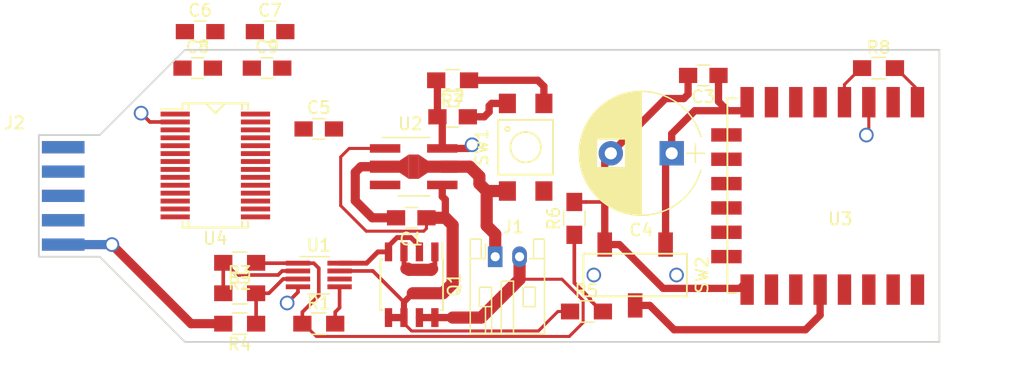
<source format=kicad_pcb>
(kicad_pcb (version 4) (host pcbnew 4.0.7)

  (general
    (links 81)
    (no_connects 81)
    (area 112.728571 89.275 197.175001 119.666667)
    (thickness 1.6)
    (drawings 8)
    (tracks 154)
    (zones 0)
    (modules 26)
    (nets 48)
  )

  (page A4)
  (layers
    (0 F.Cu signal)
    (1 In1.Cu signal)
    (2 In2.Cu signal)
    (31 B.Cu signal)
    (32 B.Adhes user)
    (33 F.Adhes user)
    (34 B.Paste user)
    (35 F.Paste user)
    (36 B.SilkS user)
    (37 F.SilkS user)
    (38 B.Mask user)
    (39 F.Mask user)
    (40 Dwgs.User user)
    (41 Cmts.User user)
    (42 Eco1.User user)
    (43 Eco2.User user)
    (44 Edge.Cuts user)
    (45 Margin user)
    (46 B.CrtYd user)
    (47 F.CrtYd user)
    (48 B.Fab user)
    (49 F.Fab user)
  )

  (setup
    (last_trace_width 0.25)
    (user_trace_width 0.25)
    (user_trace_width 0.3)
    (user_trace_width 0.4)
    (user_trace_width 0.5)
    (user_trace_width 0.6)
    (user_trace_width 0.75)
    (user_trace_width 0.8)
    (user_trace_width 1)
    (trace_clearance 0.2)
    (zone_clearance 0.508)
    (zone_45_only no)
    (trace_min 0.1524)
    (segment_width 0.2)
    (edge_width 0.15)
    (via_size 1.2)
    (via_drill 0.9)
    (via_min_size 0.508)
    (via_min_drill 0.254)
    (uvia_size 0.3)
    (uvia_drill 0.1)
    (uvias_allowed no)
    (uvia_min_size 0.2)
    (uvia_min_drill 0.1)
    (pcb_text_width 0.3)
    (pcb_text_size 1.5 1.5)
    (mod_edge_width 0.15)
    (mod_text_size 1 1)
    (mod_text_width 0.15)
    (pad_size 1.524 1.524)
    (pad_drill 0.762)
    (pad_to_mask_clearance 0.2)
    (aux_axis_origin 0 0)
    (visible_elements FFFEFF7F)
    (pcbplotparams
      (layerselection 0x00030_80000001)
      (usegerberextensions false)
      (excludeedgelayer true)
      (linewidth 0.100000)
      (plotframeref false)
      (viasonmask false)
      (mode 1)
      (useauxorigin false)
      (hpglpennumber 1)
      (hpglpenspeed 20)
      (hpglpendiameter 15)
      (hpglpenoverlay 2)
      (psnegative false)
      (psa4output false)
      (plotreference true)
      (plotvalue true)
      (plotinvisibletext false)
      (padsonsilk false)
      (subtractmaskfromsilk false)
      (outputformat 1)
      (mirror false)
      (drillshape 1)
      (scaleselection 1)
      (outputdirectory ""))
  )

  (net 0 "")
  (net 1 "Net-(C1-Pad1)")
  (net 2 GND)
  (net 3 VCC)
  (net 4 "Net-(C6-Pad1)")
  (net 5 "Net-(C6-Pad2)")
  (net 6 "Net-(C7-Pad1)")
  (net 7 "Net-(C7-Pad2)")
  (net 8 "Net-(C8-Pad1)")
  (net 9 "Net-(C9-Pad1)")
  (net 10 "Net-(J1-Pad2)")
  (net 11 "Net-(J2-Pad6)")
  (net 12 "Net-(J2-Pad2)")
  (net 13 "Net-(J2-Pad3)")
  (net 14 "Net-(J2-Pad4)")
  (net 15 "Net-(J2-Pad1)")
  (net 16 "Net-(J2-Pad7)")
  (net 17 "Net-(J2-Pad8)")
  (net 18 "Net-(J2-Pad9)")
  (net 19 "Net-(Q1-Pad2)")
  (net 20 "Net-(R1-Pad2)")
  (net 21 "Net-(R2-Pad2)")
  (net 22 "Net-(R3-Pad2)")
  (net 23 /Vmon)
  (net 24 "Net-(R7-Pad1)")
  (net 25 "Net-(R8-Pad1)")
  (net 26 /PROG)
  (net 27 "Net-(U1-Pad6)")
  (net 28 /RI)
  (net 29 /DSR)
  (net 30 /UART0_CTS)
  (net 31 /UART0_RTS)
  (net 32 "Net-(U3-Pad11)")
  (net 33 /CD)
  (net 34 /DTR)
  (net 35 /UART0_RXD)
  (net 36 /UART0_TXD)
  (net 37 "Net-(U3-Pad17)")
  (net 38 "Net-(U3-Pad18)")
  (net 39 "Net-(U3-Pad19)")
  (net 40 "Net-(U3-Pad20)")
  (net 41 "Net-(U3-Pad21)")
  (net 42 "Net-(U3-Pad22)")
  (net 43 "Net-(U4-Pad14)")
  (net 44 "Net-(U4-Pad15)")
  (net 45 "Net-(U4-Pad16)")
  (net 46 "Net-(U2-Pad3)")
  (net 47 "Net-(Q1-Pad1)")

  (net_class Default "This is the default net class."
    (clearance 0.2)
    (trace_width 0.2)
    (via_dia 1.2)
    (via_drill 0.9)
    (uvia_dia 0.3)
    (uvia_drill 0.1)
    (add_net /CD)
    (add_net /DSR)
    (add_net /DTR)
    (add_net /PROG)
    (add_net /RI)
    (add_net /UART0_CTS)
    (add_net /UART0_RTS)
    (add_net /UART0_RXD)
    (add_net /UART0_TXD)
    (add_net /Vmon)
    (add_net GND)
    (add_net "Net-(C1-Pad1)")
    (add_net "Net-(C6-Pad1)")
    (add_net "Net-(C6-Pad2)")
    (add_net "Net-(C7-Pad1)")
    (add_net "Net-(C7-Pad2)")
    (add_net "Net-(C8-Pad1)")
    (add_net "Net-(C9-Pad1)")
    (add_net "Net-(J1-Pad2)")
    (add_net "Net-(J2-Pad1)")
    (add_net "Net-(J2-Pad2)")
    (add_net "Net-(J2-Pad3)")
    (add_net "Net-(J2-Pad4)")
    (add_net "Net-(J2-Pad6)")
    (add_net "Net-(J2-Pad7)")
    (add_net "Net-(J2-Pad8)")
    (add_net "Net-(J2-Pad9)")
    (add_net "Net-(Q1-Pad1)")
    (add_net "Net-(Q1-Pad2)")
    (add_net "Net-(R1-Pad2)")
    (add_net "Net-(R2-Pad2)")
    (add_net "Net-(R3-Pad2)")
    (add_net "Net-(R7-Pad1)")
    (add_net "Net-(R8-Pad1)")
    (add_net "Net-(U1-Pad6)")
    (add_net "Net-(U2-Pad3)")
    (add_net "Net-(U3-Pad11)")
    (add_net "Net-(U3-Pad17)")
    (add_net "Net-(U3-Pad18)")
    (add_net "Net-(U3-Pad19)")
    (add_net "Net-(U3-Pad20)")
    (add_net "Net-(U3-Pad21)")
    (add_net "Net-(U3-Pad22)")
    (add_net "Net-(U4-Pad14)")
    (add_net "Net-(U4-Pad15)")
    (add_net "Net-(U4-Pad16)")
    (add_net VCC)
  )

  (net_class Minimum ""
    (clearance 0.1524)
    (trace_width 0.1524)
    (via_dia 0.508)
    (via_drill 0.254)
    (uvia_dia 0.3)
    (uvia_drill 0.1)
  )

  (module Capacitors_THT:CP_Radial_D10.0mm_P5.00mm (layer F.Cu) (tedit 597BC7C2) (tstamp 5AA2D3E0)
    (at 168 102 180)
    (descr "CP, Radial series, Radial, pin pitch=5.00mm, , diameter=10mm, Electrolytic Capacitor")
    (tags "CP Radial series Radial pin pitch 5.00mm  diameter 10mm Electrolytic Capacitor")
    (path /5A9239A3)
    (fp_text reference C4 (at 2.5 -6.31 180) (layer F.SilkS)
      (effects (font (size 1 1) (thickness 0.15)))
    )
    (fp_text value 680u (at 2.5 6.31 180) (layer F.Fab)
      (effects (font (size 1 1) (thickness 0.15)))
    )
    (fp_arc (start 2.5 0) (end -2.399357 -1.38) (angle 148.5) (layer F.SilkS) (width 0.12))
    (fp_arc (start 2.5 0) (end -2.399357 1.38) (angle -148.5) (layer F.SilkS) (width 0.12))
    (fp_arc (start 2.5 0) (end 7.399357 -1.38) (angle 31.5) (layer F.SilkS) (width 0.12))
    (fp_circle (center 2.5 0) (end 7.5 0) (layer F.Fab) (width 0.1))
    (fp_line (start -2.7 0) (end -1.2 0) (layer F.Fab) (width 0.1))
    (fp_line (start -1.95 -0.75) (end -1.95 0.75) (layer F.Fab) (width 0.1))
    (fp_line (start 2.5 -5.05) (end 2.5 5.05) (layer F.SilkS) (width 0.12))
    (fp_line (start 2.54 -5.05) (end 2.54 5.05) (layer F.SilkS) (width 0.12))
    (fp_line (start 2.58 -5.05) (end 2.58 5.05) (layer F.SilkS) (width 0.12))
    (fp_line (start 2.62 -5.049) (end 2.62 5.049) (layer F.SilkS) (width 0.12))
    (fp_line (start 2.66 -5.048) (end 2.66 5.048) (layer F.SilkS) (width 0.12))
    (fp_line (start 2.7 -5.047) (end 2.7 5.047) (layer F.SilkS) (width 0.12))
    (fp_line (start 2.74 -5.045) (end 2.74 5.045) (layer F.SilkS) (width 0.12))
    (fp_line (start 2.78 -5.043) (end 2.78 5.043) (layer F.SilkS) (width 0.12))
    (fp_line (start 2.82 -5.04) (end 2.82 5.04) (layer F.SilkS) (width 0.12))
    (fp_line (start 2.86 -5.038) (end 2.86 5.038) (layer F.SilkS) (width 0.12))
    (fp_line (start 2.9 -5.035) (end 2.9 5.035) (layer F.SilkS) (width 0.12))
    (fp_line (start 2.94 -5.031) (end 2.94 5.031) (layer F.SilkS) (width 0.12))
    (fp_line (start 2.98 -5.028) (end 2.98 5.028) (layer F.SilkS) (width 0.12))
    (fp_line (start 3.02 -5.024) (end 3.02 5.024) (layer F.SilkS) (width 0.12))
    (fp_line (start 3.06 -5.02) (end 3.06 5.02) (layer F.SilkS) (width 0.12))
    (fp_line (start 3.1 -5.015) (end 3.1 5.015) (layer F.SilkS) (width 0.12))
    (fp_line (start 3.14 -5.01) (end 3.14 5.01) (layer F.SilkS) (width 0.12))
    (fp_line (start 3.18 -5.005) (end 3.18 5.005) (layer F.SilkS) (width 0.12))
    (fp_line (start 3.221 -4.999) (end 3.221 4.999) (layer F.SilkS) (width 0.12))
    (fp_line (start 3.261 -4.993) (end 3.261 4.993) (layer F.SilkS) (width 0.12))
    (fp_line (start 3.301 -4.987) (end 3.301 4.987) (layer F.SilkS) (width 0.12))
    (fp_line (start 3.341 -4.981) (end 3.341 4.981) (layer F.SilkS) (width 0.12))
    (fp_line (start 3.381 -4.974) (end 3.381 4.974) (layer F.SilkS) (width 0.12))
    (fp_line (start 3.421 -4.967) (end 3.421 4.967) (layer F.SilkS) (width 0.12))
    (fp_line (start 3.461 -4.959) (end 3.461 4.959) (layer F.SilkS) (width 0.12))
    (fp_line (start 3.501 -4.951) (end 3.501 4.951) (layer F.SilkS) (width 0.12))
    (fp_line (start 3.541 -4.943) (end 3.541 4.943) (layer F.SilkS) (width 0.12))
    (fp_line (start 3.581 -4.935) (end 3.581 4.935) (layer F.SilkS) (width 0.12))
    (fp_line (start 3.621 -4.926) (end 3.621 4.926) (layer F.SilkS) (width 0.12))
    (fp_line (start 3.661 -4.917) (end 3.661 4.917) (layer F.SilkS) (width 0.12))
    (fp_line (start 3.701 -4.907) (end 3.701 4.907) (layer F.SilkS) (width 0.12))
    (fp_line (start 3.741 -4.897) (end 3.741 4.897) (layer F.SilkS) (width 0.12))
    (fp_line (start 3.781 -4.887) (end 3.781 4.887) (layer F.SilkS) (width 0.12))
    (fp_line (start 3.821 -4.876) (end 3.821 -1.181) (layer F.SilkS) (width 0.12))
    (fp_line (start 3.821 1.181) (end 3.821 4.876) (layer F.SilkS) (width 0.12))
    (fp_line (start 3.861 -4.865) (end 3.861 -1.181) (layer F.SilkS) (width 0.12))
    (fp_line (start 3.861 1.181) (end 3.861 4.865) (layer F.SilkS) (width 0.12))
    (fp_line (start 3.901 -4.854) (end 3.901 -1.181) (layer F.SilkS) (width 0.12))
    (fp_line (start 3.901 1.181) (end 3.901 4.854) (layer F.SilkS) (width 0.12))
    (fp_line (start 3.941 -4.843) (end 3.941 -1.181) (layer F.SilkS) (width 0.12))
    (fp_line (start 3.941 1.181) (end 3.941 4.843) (layer F.SilkS) (width 0.12))
    (fp_line (start 3.981 -4.831) (end 3.981 -1.181) (layer F.SilkS) (width 0.12))
    (fp_line (start 3.981 1.181) (end 3.981 4.831) (layer F.SilkS) (width 0.12))
    (fp_line (start 4.021 -4.818) (end 4.021 -1.181) (layer F.SilkS) (width 0.12))
    (fp_line (start 4.021 1.181) (end 4.021 4.818) (layer F.SilkS) (width 0.12))
    (fp_line (start 4.061 -4.806) (end 4.061 -1.181) (layer F.SilkS) (width 0.12))
    (fp_line (start 4.061 1.181) (end 4.061 4.806) (layer F.SilkS) (width 0.12))
    (fp_line (start 4.101 -4.792) (end 4.101 -1.181) (layer F.SilkS) (width 0.12))
    (fp_line (start 4.101 1.181) (end 4.101 4.792) (layer F.SilkS) (width 0.12))
    (fp_line (start 4.141 -4.779) (end 4.141 -1.181) (layer F.SilkS) (width 0.12))
    (fp_line (start 4.141 1.181) (end 4.141 4.779) (layer F.SilkS) (width 0.12))
    (fp_line (start 4.181 -4.765) (end 4.181 -1.181) (layer F.SilkS) (width 0.12))
    (fp_line (start 4.181 1.181) (end 4.181 4.765) (layer F.SilkS) (width 0.12))
    (fp_line (start 4.221 -4.751) (end 4.221 -1.181) (layer F.SilkS) (width 0.12))
    (fp_line (start 4.221 1.181) (end 4.221 4.751) (layer F.SilkS) (width 0.12))
    (fp_line (start 4.261 -4.737) (end 4.261 -1.181) (layer F.SilkS) (width 0.12))
    (fp_line (start 4.261 1.181) (end 4.261 4.737) (layer F.SilkS) (width 0.12))
    (fp_line (start 4.301 -4.722) (end 4.301 -1.181) (layer F.SilkS) (width 0.12))
    (fp_line (start 4.301 1.181) (end 4.301 4.722) (layer F.SilkS) (width 0.12))
    (fp_line (start 4.341 -4.706) (end 4.341 -1.181) (layer F.SilkS) (width 0.12))
    (fp_line (start 4.341 1.181) (end 4.341 4.706) (layer F.SilkS) (width 0.12))
    (fp_line (start 4.381 -4.691) (end 4.381 -1.181) (layer F.SilkS) (width 0.12))
    (fp_line (start 4.381 1.181) (end 4.381 4.691) (layer F.SilkS) (width 0.12))
    (fp_line (start 4.421 -4.674) (end 4.421 -1.181) (layer F.SilkS) (width 0.12))
    (fp_line (start 4.421 1.181) (end 4.421 4.674) (layer F.SilkS) (width 0.12))
    (fp_line (start 4.461 -4.658) (end 4.461 -1.181) (layer F.SilkS) (width 0.12))
    (fp_line (start 4.461 1.181) (end 4.461 4.658) (layer F.SilkS) (width 0.12))
    (fp_line (start 4.501 -4.641) (end 4.501 -1.181) (layer F.SilkS) (width 0.12))
    (fp_line (start 4.501 1.181) (end 4.501 4.641) (layer F.SilkS) (width 0.12))
    (fp_line (start 4.541 -4.624) (end 4.541 -1.181) (layer F.SilkS) (width 0.12))
    (fp_line (start 4.541 1.181) (end 4.541 4.624) (layer F.SilkS) (width 0.12))
    (fp_line (start 4.581 -4.606) (end 4.581 -1.181) (layer F.SilkS) (width 0.12))
    (fp_line (start 4.581 1.181) (end 4.581 4.606) (layer F.SilkS) (width 0.12))
    (fp_line (start 4.621 -4.588) (end 4.621 -1.181) (layer F.SilkS) (width 0.12))
    (fp_line (start 4.621 1.181) (end 4.621 4.588) (layer F.SilkS) (width 0.12))
    (fp_line (start 4.661 -4.569) (end 4.661 -1.181) (layer F.SilkS) (width 0.12))
    (fp_line (start 4.661 1.181) (end 4.661 4.569) (layer F.SilkS) (width 0.12))
    (fp_line (start 4.701 -4.55) (end 4.701 -1.181) (layer F.SilkS) (width 0.12))
    (fp_line (start 4.701 1.181) (end 4.701 4.55) (layer F.SilkS) (width 0.12))
    (fp_line (start 4.741 -4.531) (end 4.741 -1.181) (layer F.SilkS) (width 0.12))
    (fp_line (start 4.741 1.181) (end 4.741 4.531) (layer F.SilkS) (width 0.12))
    (fp_line (start 4.781 -4.511) (end 4.781 -1.181) (layer F.SilkS) (width 0.12))
    (fp_line (start 4.781 1.181) (end 4.781 4.511) (layer F.SilkS) (width 0.12))
    (fp_line (start 4.821 -4.491) (end 4.821 -1.181) (layer F.SilkS) (width 0.12))
    (fp_line (start 4.821 1.181) (end 4.821 4.491) (layer F.SilkS) (width 0.12))
    (fp_line (start 4.861 -4.47) (end 4.861 -1.181) (layer F.SilkS) (width 0.12))
    (fp_line (start 4.861 1.181) (end 4.861 4.47) (layer F.SilkS) (width 0.12))
    (fp_line (start 4.901 -4.449) (end 4.901 -1.181) (layer F.SilkS) (width 0.12))
    (fp_line (start 4.901 1.181) (end 4.901 4.449) (layer F.SilkS) (width 0.12))
    (fp_line (start 4.941 -4.428) (end 4.941 -1.181) (layer F.SilkS) (width 0.12))
    (fp_line (start 4.941 1.181) (end 4.941 4.428) (layer F.SilkS) (width 0.12))
    (fp_line (start 4.981 -4.405) (end 4.981 -1.181) (layer F.SilkS) (width 0.12))
    (fp_line (start 4.981 1.181) (end 4.981 4.405) (layer F.SilkS) (width 0.12))
    (fp_line (start 5.021 -4.383) (end 5.021 -1.181) (layer F.SilkS) (width 0.12))
    (fp_line (start 5.021 1.181) (end 5.021 4.383) (layer F.SilkS) (width 0.12))
    (fp_line (start 5.061 -4.36) (end 5.061 -1.181) (layer F.SilkS) (width 0.12))
    (fp_line (start 5.061 1.181) (end 5.061 4.36) (layer F.SilkS) (width 0.12))
    (fp_line (start 5.101 -4.336) (end 5.101 -1.181) (layer F.SilkS) (width 0.12))
    (fp_line (start 5.101 1.181) (end 5.101 4.336) (layer F.SilkS) (width 0.12))
    (fp_line (start 5.141 -4.312) (end 5.141 -1.181) (layer F.SilkS) (width 0.12))
    (fp_line (start 5.141 1.181) (end 5.141 4.312) (layer F.SilkS) (width 0.12))
    (fp_line (start 5.181 -4.288) (end 5.181 -1.181) (layer F.SilkS) (width 0.12))
    (fp_line (start 5.181 1.181) (end 5.181 4.288) (layer F.SilkS) (width 0.12))
    (fp_line (start 5.221 -4.263) (end 5.221 -1.181) (layer F.SilkS) (width 0.12))
    (fp_line (start 5.221 1.181) (end 5.221 4.263) (layer F.SilkS) (width 0.12))
    (fp_line (start 5.261 -4.237) (end 5.261 -1.181) (layer F.SilkS) (width 0.12))
    (fp_line (start 5.261 1.181) (end 5.261 4.237) (layer F.SilkS) (width 0.12))
    (fp_line (start 5.301 -4.211) (end 5.301 -1.181) (layer F.SilkS) (width 0.12))
    (fp_line (start 5.301 1.181) (end 5.301 4.211) (layer F.SilkS) (width 0.12))
    (fp_line (start 5.341 -4.185) (end 5.341 -1.181) (layer F.SilkS) (width 0.12))
    (fp_line (start 5.341 1.181) (end 5.341 4.185) (layer F.SilkS) (width 0.12))
    (fp_line (start 5.381 -4.157) (end 5.381 -1.181) (layer F.SilkS) (width 0.12))
    (fp_line (start 5.381 1.181) (end 5.381 4.157) (layer F.SilkS) (width 0.12))
    (fp_line (start 5.421 -4.13) (end 5.421 -1.181) (layer F.SilkS) (width 0.12))
    (fp_line (start 5.421 1.181) (end 5.421 4.13) (layer F.SilkS) (width 0.12))
    (fp_line (start 5.461 -4.101) (end 5.461 -1.181) (layer F.SilkS) (width 0.12))
    (fp_line (start 5.461 1.181) (end 5.461 4.101) (layer F.SilkS) (width 0.12))
    (fp_line (start 5.501 -4.072) (end 5.501 -1.181) (layer F.SilkS) (width 0.12))
    (fp_line (start 5.501 1.181) (end 5.501 4.072) (layer F.SilkS) (width 0.12))
    (fp_line (start 5.541 -4.043) (end 5.541 -1.181) (layer F.SilkS) (width 0.12))
    (fp_line (start 5.541 1.181) (end 5.541 4.043) (layer F.SilkS) (width 0.12))
    (fp_line (start 5.581 -4.013) (end 5.581 -1.181) (layer F.SilkS) (width 0.12))
    (fp_line (start 5.581 1.181) (end 5.581 4.013) (layer F.SilkS) (width 0.12))
    (fp_line (start 5.621 -3.982) (end 5.621 -1.181) (layer F.SilkS) (width 0.12))
    (fp_line (start 5.621 1.181) (end 5.621 3.982) (layer F.SilkS) (width 0.12))
    (fp_line (start 5.661 -3.951) (end 5.661 -1.181) (layer F.SilkS) (width 0.12))
    (fp_line (start 5.661 1.181) (end 5.661 3.951) (layer F.SilkS) (width 0.12))
    (fp_line (start 5.701 -3.919) (end 5.701 -1.181) (layer F.SilkS) (width 0.12))
    (fp_line (start 5.701 1.181) (end 5.701 3.919) (layer F.SilkS) (width 0.12))
    (fp_line (start 5.741 -3.886) (end 5.741 -1.181) (layer F.SilkS) (width 0.12))
    (fp_line (start 5.741 1.181) (end 5.741 3.886) (layer F.SilkS) (width 0.12))
    (fp_line (start 5.781 -3.853) (end 5.781 -1.181) (layer F.SilkS) (width 0.12))
    (fp_line (start 5.781 1.181) (end 5.781 3.853) (layer F.SilkS) (width 0.12))
    (fp_line (start 5.821 -3.819) (end 5.821 -1.181) (layer F.SilkS) (width 0.12))
    (fp_line (start 5.821 1.181) (end 5.821 3.819) (layer F.SilkS) (width 0.12))
    (fp_line (start 5.861 -3.784) (end 5.861 -1.181) (layer F.SilkS) (width 0.12))
    (fp_line (start 5.861 1.181) (end 5.861 3.784) (layer F.SilkS) (width 0.12))
    (fp_line (start 5.901 -3.748) (end 5.901 -1.181) (layer F.SilkS) (width 0.12))
    (fp_line (start 5.901 1.181) (end 5.901 3.748) (layer F.SilkS) (width 0.12))
    (fp_line (start 5.941 -3.712) (end 5.941 -1.181) (layer F.SilkS) (width 0.12))
    (fp_line (start 5.941 1.181) (end 5.941 3.712) (layer F.SilkS) (width 0.12))
    (fp_line (start 5.981 -3.675) (end 5.981 -1.181) (layer F.SilkS) (width 0.12))
    (fp_line (start 5.981 1.181) (end 5.981 3.675) (layer F.SilkS) (width 0.12))
    (fp_line (start 6.021 -3.637) (end 6.021 -1.181) (layer F.SilkS) (width 0.12))
    (fp_line (start 6.021 1.181) (end 6.021 3.637) (layer F.SilkS) (width 0.12))
    (fp_line (start 6.061 -3.598) (end 6.061 -1.181) (layer F.SilkS) (width 0.12))
    (fp_line (start 6.061 1.181) (end 6.061 3.598) (layer F.SilkS) (width 0.12))
    (fp_line (start 6.101 -3.559) (end 6.101 -1.181) (layer F.SilkS) (width 0.12))
    (fp_line (start 6.101 1.181) (end 6.101 3.559) (layer F.SilkS) (width 0.12))
    (fp_line (start 6.141 -3.518) (end 6.141 -1.181) (layer F.SilkS) (width 0.12))
    (fp_line (start 6.141 1.181) (end 6.141 3.518) (layer F.SilkS) (width 0.12))
    (fp_line (start 6.181 -3.477) (end 6.181 3.477) (layer F.SilkS) (width 0.12))
    (fp_line (start 6.221 -3.435) (end 6.221 3.435) (layer F.SilkS) (width 0.12))
    (fp_line (start 6.261 -3.391) (end 6.261 3.391) (layer F.SilkS) (width 0.12))
    (fp_line (start 6.301 -3.347) (end 6.301 3.347) (layer F.SilkS) (width 0.12))
    (fp_line (start 6.341 -3.302) (end 6.341 3.302) (layer F.SilkS) (width 0.12))
    (fp_line (start 6.381 -3.255) (end 6.381 3.255) (layer F.SilkS) (width 0.12))
    (fp_line (start 6.421 -3.207) (end 6.421 3.207) (layer F.SilkS) (width 0.12))
    (fp_line (start 6.461 -3.158) (end 6.461 3.158) (layer F.SilkS) (width 0.12))
    (fp_line (start 6.501 -3.108) (end 6.501 3.108) (layer F.SilkS) (width 0.12))
    (fp_line (start 6.541 -3.057) (end 6.541 3.057) (layer F.SilkS) (width 0.12))
    (fp_line (start 6.581 -3.004) (end 6.581 3.004) (layer F.SilkS) (width 0.12))
    (fp_line (start 6.621 -2.949) (end 6.621 2.949) (layer F.SilkS) (width 0.12))
    (fp_line (start 6.661 -2.894) (end 6.661 2.894) (layer F.SilkS) (width 0.12))
    (fp_line (start 6.701 -2.836) (end 6.701 2.836) (layer F.SilkS) (width 0.12))
    (fp_line (start 6.741 -2.777) (end 6.741 2.777) (layer F.SilkS) (width 0.12))
    (fp_line (start 6.781 -2.715) (end 6.781 2.715) (layer F.SilkS) (width 0.12))
    (fp_line (start 6.821 -2.652) (end 6.821 2.652) (layer F.SilkS) (width 0.12))
    (fp_line (start 6.861 -2.587) (end 6.861 2.587) (layer F.SilkS) (width 0.12))
    (fp_line (start 6.901 -2.519) (end 6.901 2.519) (layer F.SilkS) (width 0.12))
    (fp_line (start 6.941 -2.449) (end 6.941 2.449) (layer F.SilkS) (width 0.12))
    (fp_line (start 6.981 -2.377) (end 6.981 2.377) (layer F.SilkS) (width 0.12))
    (fp_line (start 7.021 -2.301) (end 7.021 2.301) (layer F.SilkS) (width 0.12))
    (fp_line (start 7.061 -2.222) (end 7.061 2.222) (layer F.SilkS) (width 0.12))
    (fp_line (start 7.101 -2.14) (end 7.101 2.14) (layer F.SilkS) (width 0.12))
    (fp_line (start 7.141 -2.053) (end 7.141 2.053) (layer F.SilkS) (width 0.12))
    (fp_line (start 7.181 -1.962) (end 7.181 1.962) (layer F.SilkS) (width 0.12))
    (fp_line (start 7.221 -1.866) (end 7.221 1.866) (layer F.SilkS) (width 0.12))
    (fp_line (start 7.261 -1.763) (end 7.261 1.763) (layer F.SilkS) (width 0.12))
    (fp_line (start 7.301 -1.654) (end 7.301 1.654) (layer F.SilkS) (width 0.12))
    (fp_line (start 7.341 -1.536) (end 7.341 1.536) (layer F.SilkS) (width 0.12))
    (fp_line (start 7.381 -1.407) (end 7.381 1.407) (layer F.SilkS) (width 0.12))
    (fp_line (start 7.421 -1.265) (end 7.421 1.265) (layer F.SilkS) (width 0.12))
    (fp_line (start 7.461 -1.104) (end 7.461 1.104) (layer F.SilkS) (width 0.12))
    (fp_line (start 7.501 -0.913) (end 7.501 0.913) (layer F.SilkS) (width 0.12))
    (fp_line (start 7.541 -0.672) (end 7.541 0.672) (layer F.SilkS) (width 0.12))
    (fp_line (start 7.581 -0.279) (end 7.581 0.279) (layer F.SilkS) (width 0.12))
    (fp_line (start -2.7 0) (end -1.2 0) (layer F.SilkS) (width 0.12))
    (fp_line (start -1.95 -0.75) (end -1.95 0.75) (layer F.SilkS) (width 0.12))
    (fp_line (start -2.85 -5.35) (end -2.85 5.35) (layer F.CrtYd) (width 0.05))
    (fp_line (start -2.85 5.35) (end 7.85 5.35) (layer F.CrtYd) (width 0.05))
    (fp_line (start 7.85 5.35) (end 7.85 -5.35) (layer F.CrtYd) (width 0.05))
    (fp_line (start 7.85 -5.35) (end -2.85 -5.35) (layer F.CrtYd) (width 0.05))
    (fp_text user %R (at 2.5 0 180) (layer F.Fab)
      (effects (font (size 1 1) (thickness 0.15)))
    )
    (pad 1 thru_hole rect (at 0 0 180) (size 2 2) (drill 1) (layers *.Cu *.Mask)
      (net 3 VCC))
    (pad 2 thru_hole circle (at 5 0 180) (size 2 2) (drill 1) (layers *.Cu *.Mask)
      (net 2 GND))
    (model ${KISYS3DMOD}/Capacitors_THT.3dshapes/CP_Radial_D10.0mm_P5.00mm.wrl
      (at (xyz 0 0 0))
      (scale (xyz 1 1 1))
      (rotate (xyz 0 0 0))
    )
  )

  (module Capacitors_SMD:C_0805_HandSoldering (layer F.Cu) (tedit 58AA84A8) (tstamp 5AA2D3CE)
    (at 146.6 107.3 180)
    (descr "Capacitor SMD 0805, hand soldering")
    (tags "capacitor 0805")
    (path /5A8F4158)
    (attr smd)
    (fp_text reference C1 (at 0 -1.75 180) (layer F.SilkS)
      (effects (font (size 1 1) (thickness 0.15)))
    )
    (fp_text value 1u (at 0 1.75 180) (layer F.Fab)
      (effects (font (size 1 1) (thickness 0.15)))
    )
    (fp_text user %R (at 0 -1.75 180) (layer F.Fab)
      (effects (font (size 1 1) (thickness 0.15)))
    )
    (fp_line (start -1 0.62) (end -1 -0.62) (layer F.Fab) (width 0.1))
    (fp_line (start 1 0.62) (end -1 0.62) (layer F.Fab) (width 0.1))
    (fp_line (start 1 -0.62) (end 1 0.62) (layer F.Fab) (width 0.1))
    (fp_line (start -1 -0.62) (end 1 -0.62) (layer F.Fab) (width 0.1))
    (fp_line (start 0.5 -0.85) (end -0.5 -0.85) (layer F.SilkS) (width 0.12))
    (fp_line (start -0.5 0.85) (end 0.5 0.85) (layer F.SilkS) (width 0.12))
    (fp_line (start -2.25 -0.88) (end 2.25 -0.88) (layer F.CrtYd) (width 0.05))
    (fp_line (start -2.25 -0.88) (end -2.25 0.87) (layer F.CrtYd) (width 0.05))
    (fp_line (start 2.25 0.87) (end 2.25 -0.88) (layer F.CrtYd) (width 0.05))
    (fp_line (start 2.25 0.87) (end -2.25 0.87) (layer F.CrtYd) (width 0.05))
    (pad 1 smd rect (at -1.25 0 180) (size 1.5 1.25) (layers F.Cu F.Paste F.Mask)
      (net 1 "Net-(C1-Pad1)"))
    (pad 2 smd rect (at 1.25 0 180) (size 1.5 1.25) (layers F.Cu F.Paste F.Mask)
      (net 2 GND))
    (model Capacitors_SMD.3dshapes/C_0805.wrl
      (at (xyz 0 0 0))
      (scale (xyz 1 1 1))
      (rotate (xyz 0 0 0))
    )
  )

  (module Capacitors_SMD:C_0805_HandSoldering (layer F.Cu) (tedit 58AA84A8) (tstamp 5AA2D3D4)
    (at 150 99)
    (descr "Capacitor SMD 0805, hand soldering")
    (tags "capacitor 0805")
    (path /5A8F3F8B)
    (attr smd)
    (fp_text reference C2 (at 0 -1.75) (layer F.SilkS)
      (effects (font (size 1 1) (thickness 0.15)))
    )
    (fp_text value 1u (at 0 1.75) (layer F.Fab)
      (effects (font (size 1 1) (thickness 0.15)))
    )
    (fp_text user %R (at 0 -1.75) (layer F.Fab)
      (effects (font (size 1 1) (thickness 0.15)))
    )
    (fp_line (start -1 0.62) (end -1 -0.62) (layer F.Fab) (width 0.1))
    (fp_line (start 1 0.62) (end -1 0.62) (layer F.Fab) (width 0.1))
    (fp_line (start 1 -0.62) (end 1 0.62) (layer F.Fab) (width 0.1))
    (fp_line (start -1 -0.62) (end 1 -0.62) (layer F.Fab) (width 0.1))
    (fp_line (start 0.5 -0.85) (end -0.5 -0.85) (layer F.SilkS) (width 0.12))
    (fp_line (start -0.5 0.85) (end 0.5 0.85) (layer F.SilkS) (width 0.12))
    (fp_line (start -2.25 -0.88) (end 2.25 -0.88) (layer F.CrtYd) (width 0.05))
    (fp_line (start -2.25 -0.88) (end -2.25 0.87) (layer F.CrtYd) (width 0.05))
    (fp_line (start 2.25 0.87) (end 2.25 -0.88) (layer F.CrtYd) (width 0.05))
    (fp_line (start 2.25 0.87) (end -2.25 0.87) (layer F.CrtYd) (width 0.05))
    (pad 1 smd rect (at -1.25 0) (size 1.5 1.25) (layers F.Cu F.Paste F.Mask)
      (net 3 VCC))
    (pad 2 smd rect (at 1.25 0) (size 1.5 1.25) (layers F.Cu F.Paste F.Mask)
      (net 2 GND))
    (model Capacitors_SMD.3dshapes/C_0805.wrl
      (at (xyz 0 0 0))
      (scale (xyz 1 1 1))
      (rotate (xyz 0 0 0))
    )
  )

  (module Capacitors_SMD:C_0805_HandSoldering (layer F.Cu) (tedit 58AA84A8) (tstamp 5AA2D3DA)
    (at 170.6 95.6 180)
    (descr "Capacitor SMD 0805, hand soldering")
    (tags "capacitor 0805")
    (path /5A8DC925)
    (attr smd)
    (fp_text reference C3 (at 0 -1.75 180) (layer F.SilkS)
      (effects (font (size 1 1) (thickness 0.15)))
    )
    (fp_text value 10u (at 0 1.75 180) (layer F.Fab)
      (effects (font (size 1 1) (thickness 0.15)))
    )
    (fp_text user %R (at 0 -1.75 180) (layer F.Fab)
      (effects (font (size 1 1) (thickness 0.15)))
    )
    (fp_line (start -1 0.62) (end -1 -0.62) (layer F.Fab) (width 0.1))
    (fp_line (start 1 0.62) (end -1 0.62) (layer F.Fab) (width 0.1))
    (fp_line (start 1 -0.62) (end 1 0.62) (layer F.Fab) (width 0.1))
    (fp_line (start -1 -0.62) (end 1 -0.62) (layer F.Fab) (width 0.1))
    (fp_line (start 0.5 -0.85) (end -0.5 -0.85) (layer F.SilkS) (width 0.12))
    (fp_line (start -0.5 0.85) (end 0.5 0.85) (layer F.SilkS) (width 0.12))
    (fp_line (start -2.25 -0.88) (end 2.25 -0.88) (layer F.CrtYd) (width 0.05))
    (fp_line (start -2.25 -0.88) (end -2.25 0.87) (layer F.CrtYd) (width 0.05))
    (fp_line (start 2.25 0.87) (end 2.25 -0.88) (layer F.CrtYd) (width 0.05))
    (fp_line (start 2.25 0.87) (end -2.25 0.87) (layer F.CrtYd) (width 0.05))
    (pad 1 smd rect (at -1.25 0 180) (size 1.5 1.25) (layers F.Cu F.Paste F.Mask)
      (net 3 VCC))
    (pad 2 smd rect (at 1.25 0 180) (size 1.5 1.25) (layers F.Cu F.Paste F.Mask)
      (net 2 GND))
    (model Capacitors_SMD.3dshapes/C_0805.wrl
      (at (xyz 0 0 0))
      (scale (xyz 1 1 1))
      (rotate (xyz 0 0 0))
    )
  )

  (module Capacitors_SMD:C_0805_HandSoldering (layer F.Cu) (tedit 58AA84A8) (tstamp 5AA2D3E6)
    (at 139 100)
    (descr "Capacitor SMD 0805, hand soldering")
    (tags "capacitor 0805")
    (path /5A8DB77B)
    (attr smd)
    (fp_text reference C5 (at 0 -1.75) (layer F.SilkS)
      (effects (font (size 1 1) (thickness 0.15)))
    )
    (fp_text value 1u (at 0 1.75) (layer F.Fab)
      (effects (font (size 1 1) (thickness 0.15)))
    )
    (fp_text user %R (at 0 -1.75) (layer F.Fab)
      (effects (font (size 1 1) (thickness 0.15)))
    )
    (fp_line (start -1 0.62) (end -1 -0.62) (layer F.Fab) (width 0.1))
    (fp_line (start 1 0.62) (end -1 0.62) (layer F.Fab) (width 0.1))
    (fp_line (start 1 -0.62) (end 1 0.62) (layer F.Fab) (width 0.1))
    (fp_line (start -1 -0.62) (end 1 -0.62) (layer F.Fab) (width 0.1))
    (fp_line (start 0.5 -0.85) (end -0.5 -0.85) (layer F.SilkS) (width 0.12))
    (fp_line (start -0.5 0.85) (end 0.5 0.85) (layer F.SilkS) (width 0.12))
    (fp_line (start -2.25 -0.88) (end 2.25 -0.88) (layer F.CrtYd) (width 0.05))
    (fp_line (start -2.25 -0.88) (end -2.25 0.87) (layer F.CrtYd) (width 0.05))
    (fp_line (start 2.25 0.87) (end 2.25 -0.88) (layer F.CrtYd) (width 0.05))
    (fp_line (start 2.25 0.87) (end -2.25 0.87) (layer F.CrtYd) (width 0.05))
    (pad 1 smd rect (at -1.25 0) (size 1.5 1.25) (layers F.Cu F.Paste F.Mask)
      (net 3 VCC))
    (pad 2 smd rect (at 1.25 0) (size 1.5 1.25) (layers F.Cu F.Paste F.Mask)
      (net 2 GND))
    (model Capacitors_SMD.3dshapes/C_0805.wrl
      (at (xyz 0 0 0))
      (scale (xyz 1 1 1))
      (rotate (xyz 0 0 0))
    )
  )

  (module Capacitors_SMD:C_0805_HandSoldering (layer F.Cu) (tedit 58AA84A8) (tstamp 5AA2D3EC)
    (at 129.25 92)
    (descr "Capacitor SMD 0805, hand soldering")
    (tags "capacitor 0805")
    (path /5A8DB63F)
    (attr smd)
    (fp_text reference C6 (at 0 -1.75) (layer F.SilkS)
      (effects (font (size 1 1) (thickness 0.15)))
    )
    (fp_text value 0.22u (at 0 1.75) (layer F.Fab)
      (effects (font (size 1 1) (thickness 0.15)))
    )
    (fp_text user %R (at 0 -1.75) (layer F.Fab)
      (effects (font (size 1 1) (thickness 0.15)))
    )
    (fp_line (start -1 0.62) (end -1 -0.62) (layer F.Fab) (width 0.1))
    (fp_line (start 1 0.62) (end -1 0.62) (layer F.Fab) (width 0.1))
    (fp_line (start 1 -0.62) (end 1 0.62) (layer F.Fab) (width 0.1))
    (fp_line (start -1 -0.62) (end 1 -0.62) (layer F.Fab) (width 0.1))
    (fp_line (start 0.5 -0.85) (end -0.5 -0.85) (layer F.SilkS) (width 0.12))
    (fp_line (start -0.5 0.85) (end 0.5 0.85) (layer F.SilkS) (width 0.12))
    (fp_line (start -2.25 -0.88) (end 2.25 -0.88) (layer F.CrtYd) (width 0.05))
    (fp_line (start -2.25 -0.88) (end -2.25 0.87) (layer F.CrtYd) (width 0.05))
    (fp_line (start 2.25 0.87) (end 2.25 -0.88) (layer F.CrtYd) (width 0.05))
    (fp_line (start 2.25 0.87) (end -2.25 0.87) (layer F.CrtYd) (width 0.05))
    (pad 1 smd rect (at -1.25 0) (size 1.5 1.25) (layers F.Cu F.Paste F.Mask)
      (net 4 "Net-(C6-Pad1)"))
    (pad 2 smd rect (at 1.25 0) (size 1.5 1.25) (layers F.Cu F.Paste F.Mask)
      (net 5 "Net-(C6-Pad2)"))
    (model Capacitors_SMD.3dshapes/C_0805.wrl
      (at (xyz 0 0 0))
      (scale (xyz 1 1 1))
      (rotate (xyz 0 0 0))
    )
  )

  (module Capacitors_SMD:C_0805_HandSoldering (layer F.Cu) (tedit 58AA84A8) (tstamp 5AA2D3F2)
    (at 135 92)
    (descr "Capacitor SMD 0805, hand soldering")
    (tags "capacitor 0805")
    (path /5A8DB664)
    (attr smd)
    (fp_text reference C7 (at 0 -1.75) (layer F.SilkS)
      (effects (font (size 1 1) (thickness 0.15)))
    )
    (fp_text value 1u (at 0 1.75) (layer F.Fab)
      (effects (font (size 1 1) (thickness 0.15)))
    )
    (fp_text user %R (at 0 -1.75) (layer F.Fab)
      (effects (font (size 1 1) (thickness 0.15)))
    )
    (fp_line (start -1 0.62) (end -1 -0.62) (layer F.Fab) (width 0.1))
    (fp_line (start 1 0.62) (end -1 0.62) (layer F.Fab) (width 0.1))
    (fp_line (start 1 -0.62) (end 1 0.62) (layer F.Fab) (width 0.1))
    (fp_line (start -1 -0.62) (end 1 -0.62) (layer F.Fab) (width 0.1))
    (fp_line (start 0.5 -0.85) (end -0.5 -0.85) (layer F.SilkS) (width 0.12))
    (fp_line (start -0.5 0.85) (end 0.5 0.85) (layer F.SilkS) (width 0.12))
    (fp_line (start -2.25 -0.88) (end 2.25 -0.88) (layer F.CrtYd) (width 0.05))
    (fp_line (start -2.25 -0.88) (end -2.25 0.87) (layer F.CrtYd) (width 0.05))
    (fp_line (start 2.25 0.87) (end 2.25 -0.88) (layer F.CrtYd) (width 0.05))
    (fp_line (start 2.25 0.87) (end -2.25 0.87) (layer F.CrtYd) (width 0.05))
    (pad 1 smd rect (at -1.25 0) (size 1.5 1.25) (layers F.Cu F.Paste F.Mask)
      (net 6 "Net-(C7-Pad1)"))
    (pad 2 smd rect (at 1.25 0) (size 1.5 1.25) (layers F.Cu F.Paste F.Mask)
      (net 7 "Net-(C7-Pad2)"))
    (model Capacitors_SMD.3dshapes/C_0805.wrl
      (at (xyz 0 0 0))
      (scale (xyz 1 1 1))
      (rotate (xyz 0 0 0))
    )
  )

  (module Capacitors_SMD:C_0805_HandSoldering (layer F.Cu) (tedit 58AA84A8) (tstamp 5AA2D3F8)
    (at 129.05 95)
    (descr "Capacitor SMD 0805, hand soldering")
    (tags "capacitor 0805")
    (path /5A8DB492)
    (attr smd)
    (fp_text reference C8 (at 0 -1.75) (layer F.SilkS)
      (effects (font (size 1 1) (thickness 0.15)))
    )
    (fp_text value 1u (at 0 1.75) (layer F.Fab)
      (effects (font (size 1 1) (thickness 0.15)))
    )
    (fp_text user %R (at 0 -1.75) (layer F.Fab)
      (effects (font (size 1 1) (thickness 0.15)))
    )
    (fp_line (start -1 0.62) (end -1 -0.62) (layer F.Fab) (width 0.1))
    (fp_line (start 1 0.62) (end -1 0.62) (layer F.Fab) (width 0.1))
    (fp_line (start 1 -0.62) (end 1 0.62) (layer F.Fab) (width 0.1))
    (fp_line (start -1 -0.62) (end 1 -0.62) (layer F.Fab) (width 0.1))
    (fp_line (start 0.5 -0.85) (end -0.5 -0.85) (layer F.SilkS) (width 0.12))
    (fp_line (start -0.5 0.85) (end 0.5 0.85) (layer F.SilkS) (width 0.12))
    (fp_line (start -2.25 -0.88) (end 2.25 -0.88) (layer F.CrtYd) (width 0.05))
    (fp_line (start -2.25 -0.88) (end -2.25 0.87) (layer F.CrtYd) (width 0.05))
    (fp_line (start 2.25 0.87) (end 2.25 -0.88) (layer F.CrtYd) (width 0.05))
    (fp_line (start 2.25 0.87) (end -2.25 0.87) (layer F.CrtYd) (width 0.05))
    (pad 1 smd rect (at -1.25 0) (size 1.5 1.25) (layers F.Cu F.Paste F.Mask)
      (net 8 "Net-(C8-Pad1)"))
    (pad 2 smd rect (at 1.25 0) (size 1.5 1.25) (layers F.Cu F.Paste F.Mask)
      (net 2 GND))
    (model Capacitors_SMD.3dshapes/C_0805.wrl
      (at (xyz 0 0 0))
      (scale (xyz 1 1 1))
      (rotate (xyz 0 0 0))
    )
  )

  (module Capacitors_SMD:C_0805_HandSoldering (layer F.Cu) (tedit 58AA84A8) (tstamp 5AA2D3FE)
    (at 134.75 95)
    (descr "Capacitor SMD 0805, hand soldering")
    (tags "capacitor 0805")
    (path /5A8DB4C5)
    (attr smd)
    (fp_text reference C9 (at 0 -1.75) (layer F.SilkS)
      (effects (font (size 1 1) (thickness 0.15)))
    )
    (fp_text value 1u (at 0 1.75) (layer F.Fab)
      (effects (font (size 1 1) (thickness 0.15)))
    )
    (fp_text user %R (at 0 -1.75) (layer F.Fab)
      (effects (font (size 1 1) (thickness 0.15)))
    )
    (fp_line (start -1 0.62) (end -1 -0.62) (layer F.Fab) (width 0.1))
    (fp_line (start 1 0.62) (end -1 0.62) (layer F.Fab) (width 0.1))
    (fp_line (start 1 -0.62) (end 1 0.62) (layer F.Fab) (width 0.1))
    (fp_line (start -1 -0.62) (end 1 -0.62) (layer F.Fab) (width 0.1))
    (fp_line (start 0.5 -0.85) (end -0.5 -0.85) (layer F.SilkS) (width 0.12))
    (fp_line (start -0.5 0.85) (end 0.5 0.85) (layer F.SilkS) (width 0.12))
    (fp_line (start -2.25 -0.88) (end 2.25 -0.88) (layer F.CrtYd) (width 0.05))
    (fp_line (start -2.25 -0.88) (end -2.25 0.87) (layer F.CrtYd) (width 0.05))
    (fp_line (start 2.25 0.87) (end 2.25 -0.88) (layer F.CrtYd) (width 0.05))
    (fp_line (start 2.25 0.87) (end -2.25 0.87) (layer F.CrtYd) (width 0.05))
    (pad 1 smd rect (at -1.25 0) (size 1.5 1.25) (layers F.Cu F.Paste F.Mask)
      (net 9 "Net-(C9-Pad1)"))
    (pad 2 smd rect (at 1.25 0) (size 1.5 1.25) (layers F.Cu F.Paste F.Mask)
      (net 2 GND))
    (model Capacitors_SMD.3dshapes/C_0805.wrl
      (at (xyz 0 0 0))
      (scale (xyz 1 1 1))
      (rotate (xyz 0 0 0))
    )
  )

  (module Connectors_JST:JST_PH_S2B-PH-K_02x2.00mm_Angled (layer F.Cu) (tedit 58D3FE32) (tstamp 5AA2D404)
    (at 153.5 110.5)
    (descr "JST PH series connector, S2B-PH-K, side entry type, through hole, Datasheet: http://www.jst-mfg.com/product/pdf/eng/ePH.pdf")
    (tags "connector jst ph")
    (path /5A8F4A0E)
    (fp_text reference J1 (at 1.5 -2.45) (layer F.SilkS)
      (effects (font (size 1 1) (thickness 0.15)))
    )
    (fp_text value Conn_01x02 (at 1 7.25) (layer F.Fab)
      (effects (font (size 1 1) (thickness 0.15)))
    )
    (fp_line (start 0.5 6.35) (end 0.5 2) (layer F.SilkS) (width 0.12))
    (fp_line (start 0.5 2) (end 1.5 2) (layer F.SilkS) (width 0.12))
    (fp_line (start 1.5 2) (end 1.5 6.35) (layer F.SilkS) (width 0.12))
    (fp_line (start -0.8 0.15) (end -1.15 0.15) (layer F.SilkS) (width 0.12))
    (fp_line (start -1.15 0.15) (end -1.15 -1.45) (layer F.SilkS) (width 0.12))
    (fp_line (start -1.15 -1.45) (end -2.05 -1.45) (layer F.SilkS) (width 0.12))
    (fp_line (start -2.05 -1.45) (end -2.05 6.35) (layer F.SilkS) (width 0.12))
    (fp_line (start -2.05 6.35) (end 4.05 6.35) (layer F.SilkS) (width 0.12))
    (fp_line (start 4.05 6.35) (end 4.05 -1.45) (layer F.SilkS) (width 0.12))
    (fp_line (start 4.05 -1.45) (end 3.15 -1.45) (layer F.SilkS) (width 0.12))
    (fp_line (start 3.15 -1.45) (end 3.15 0.15) (layer F.SilkS) (width 0.12))
    (fp_line (start 3.15 0.15) (end 2.8 0.15) (layer F.SilkS) (width 0.12))
    (fp_line (start -2.05 0.15) (end -1.15 0.15) (layer F.SilkS) (width 0.12))
    (fp_line (start 4.05 0.15) (end 3.15 0.15) (layer F.SilkS) (width 0.12))
    (fp_line (start -1.3 2.5) (end -1.3 4.1) (layer F.SilkS) (width 0.12))
    (fp_line (start -1.3 4.1) (end -0.3 4.1) (layer F.SilkS) (width 0.12))
    (fp_line (start -0.3 4.1) (end -0.3 2.5) (layer F.SilkS) (width 0.12))
    (fp_line (start -0.3 2.5) (end -1.3 2.5) (layer F.SilkS) (width 0.12))
    (fp_line (start 3.3 2.5) (end 3.3 4.1) (layer F.SilkS) (width 0.12))
    (fp_line (start 3.3 4.1) (end 2.3 4.1) (layer F.SilkS) (width 0.12))
    (fp_line (start 2.3 4.1) (end 2.3 2.5) (layer F.SilkS) (width 0.12))
    (fp_line (start 2.3 2.5) (end 3.3 2.5) (layer F.SilkS) (width 0.12))
    (fp_line (start -0.3 4.1) (end -0.3 6.35) (layer F.SilkS) (width 0.12))
    (fp_line (start -0.8 4.1) (end -0.8 6.35) (layer F.SilkS) (width 0.12))
    (fp_line (start -2.45 -1.85) (end -2.45 6.75) (layer F.CrtYd) (width 0.05))
    (fp_line (start -2.45 6.75) (end 4.45 6.75) (layer F.CrtYd) (width 0.05))
    (fp_line (start 4.45 6.75) (end 4.45 -1.85) (layer F.CrtYd) (width 0.05))
    (fp_line (start 4.45 -1.85) (end -2.45 -1.85) (layer F.CrtYd) (width 0.05))
    (fp_line (start -1.25 0.25) (end -1.25 -1.35) (layer F.Fab) (width 0.1))
    (fp_line (start -1.25 -1.35) (end -1.95 -1.35) (layer F.Fab) (width 0.1))
    (fp_line (start -1.95 -1.35) (end -1.95 6.25) (layer F.Fab) (width 0.1))
    (fp_line (start -1.95 6.25) (end 3.95 6.25) (layer F.Fab) (width 0.1))
    (fp_line (start 3.95 6.25) (end 3.95 -1.35) (layer F.Fab) (width 0.1))
    (fp_line (start 3.95 -1.35) (end 3.25 -1.35) (layer F.Fab) (width 0.1))
    (fp_line (start 3.25 -1.35) (end 3.25 0.25) (layer F.Fab) (width 0.1))
    (fp_line (start 3.25 0.25) (end -1.25 0.25) (layer F.Fab) (width 0.1))
    (fp_line (start -0.8 0.15) (end -0.8 -1.05) (layer F.SilkS) (width 0.12))
    (fp_line (start 0 0.85) (end -0.5 1.35) (layer F.Fab) (width 0.1))
    (fp_line (start -0.5 1.35) (end 0.5 1.35) (layer F.Fab) (width 0.1))
    (fp_line (start 0.5 1.35) (end 0 0.85) (layer F.Fab) (width 0.1))
    (fp_text user %R (at 1 2.5) (layer F.Fab)
      (effects (font (size 1 1) (thickness 0.15)))
    )
    (pad 1 thru_hole rect (at 0 0) (size 1.2 1.7) (drill 0.75) (layers *.Cu *.Mask)
      (net 2 GND))
    (pad 2 thru_hole oval (at 2 0) (size 1.2 1.7) (drill 0.75) (layers *.Cu *.Mask)
      (net 10 "Net-(J1-Pad2)"))
    (model ${KISYS3DMOD}/Connectors_JST.3dshapes/JST_PH_S2B-PH-K_02x2.00mm_Angled.wrl
      (at (xyz 0 0 0))
      (scale (xyz 1 1 1))
      (rotate (xyz 0 0 0))
    )
  )

  (module ssop_20:CONN_02x05_2mm (layer F.Cu) (tedit 5780035D) (tstamp 5AA2D412)
    (at 118 105.5)
    (path /5A8DB302)
    (fp_text reference J2 (at -4 -6) (layer F.SilkS)
      (effects (font (size 1 1) (thickness 0.15)))
    )
    (fp_text value 200LX_02X05 (at 0 6) (layer F.Fab)
      (effects (font (size 1 1) (thickness 0.15)))
    )
    (pad 6 smd rect (at 0 -4) (size 3.5 1) (layers B.Cu B.Paste B.Mask)
      (net 11 "Net-(J2-Pad6)"))
    (pad 2 smd rect (at 0 -2) (size 3.5 1) (layers F.Cu F.Paste F.Mask)
      (net 12 "Net-(J2-Pad2)"))
    (pad 3 smd rect (at 0 0) (size 3.5 1) (layers F.Cu F.Paste F.Mask)
      (net 13 "Net-(J2-Pad3)"))
    (pad 4 smd rect (at 0 2) (size 3.5 1) (layers F.Cu F.Paste F.Mask)
      (net 14 "Net-(J2-Pad4)"))
    (pad 5 smd rect (at 0 4) (size 3.5 1) (layers F.Cu F.Paste F.Mask)
      (net 2 GND))
    (pad 1 smd rect (at 0 -4) (size 3.5 1) (layers F.Cu F.Paste F.Mask)
      (net 15 "Net-(J2-Pad1)"))
    (pad 7 smd rect (at 0 -2) (size 3.5 1) (layers B.Cu B.Paste B.Mask)
      (net 16 "Net-(J2-Pad7)"))
    (pad 8 smd rect (at 0 0) (size 3.5 1) (layers B.Cu B.Paste B.Mask)
      (net 17 "Net-(J2-Pad8)"))
    (pad 9 smd rect (at 0 2) (size 3.5 1) (layers B.Cu B.Paste B.Mask)
      (net 18 "Net-(J2-Pad9)"))
    (pad 10 smd rect (at 0 4) (size 3.5 1) (layers B.Cu B.Paste B.Mask)
      (net 2 GND))
  )

  (module Housings_SOIC:SOIC-8_3.9x4.9mm_Pitch1.27mm (layer F.Cu) (tedit 58CD0CDA) (tstamp 5AA2D41E)
    (at 146.635 112.8 270)
    (descr "8-Lead Plastic Small Outline (SN) - Narrow, 3.90 mm Body [SOIC] (see Microchip Packaging Specification 00000049BS.pdf)")
    (tags "SOIC 1.27")
    (path /5A9223DF)
    (attr smd)
    (fp_text reference Q1 (at 0 -3.5 270) (layer F.SilkS)
      (effects (font (size 1 1) (thickness 0.15)))
    )
    (fp_text value Dual_Nch_MOSFET (at 0 3.5 270) (layer F.Fab)
      (effects (font (size 1 1) (thickness 0.15)))
    )
    (fp_text user %R (at 0 0 270) (layer F.Fab)
      (effects (font (size 1 1) (thickness 0.15)))
    )
    (fp_line (start -0.95 -2.45) (end 1.95 -2.45) (layer F.Fab) (width 0.1))
    (fp_line (start 1.95 -2.45) (end 1.95 2.45) (layer F.Fab) (width 0.1))
    (fp_line (start 1.95 2.45) (end -1.95 2.45) (layer F.Fab) (width 0.1))
    (fp_line (start -1.95 2.45) (end -1.95 -1.45) (layer F.Fab) (width 0.1))
    (fp_line (start -1.95 -1.45) (end -0.95 -2.45) (layer F.Fab) (width 0.1))
    (fp_line (start -3.73 -2.7) (end -3.73 2.7) (layer F.CrtYd) (width 0.05))
    (fp_line (start 3.73 -2.7) (end 3.73 2.7) (layer F.CrtYd) (width 0.05))
    (fp_line (start -3.73 -2.7) (end 3.73 -2.7) (layer F.CrtYd) (width 0.05))
    (fp_line (start -3.73 2.7) (end 3.73 2.7) (layer F.CrtYd) (width 0.05))
    (fp_line (start -2.075 -2.575) (end -2.075 -2.525) (layer F.SilkS) (width 0.15))
    (fp_line (start 2.075 -2.575) (end 2.075 -2.43) (layer F.SilkS) (width 0.15))
    (fp_line (start 2.075 2.575) (end 2.075 2.43) (layer F.SilkS) (width 0.15))
    (fp_line (start -2.075 2.575) (end -2.075 2.43) (layer F.SilkS) (width 0.15))
    (fp_line (start -2.075 -2.575) (end 2.075 -2.575) (layer F.SilkS) (width 0.15))
    (fp_line (start -2.075 2.575) (end 2.075 2.575) (layer F.SilkS) (width 0.15))
    (fp_line (start -2.075 -2.525) (end -3.475 -2.525) (layer F.SilkS) (width 0.15))
    (pad 1 smd rect (at -2.7 -1.905 270) (size 1.55 0.6) (layers F.Cu F.Paste F.Mask)
      (net 47 "Net-(Q1-Pad1)"))
    (pad 2 smd rect (at -2.7 -0.635 270) (size 1.55 0.6) (layers F.Cu F.Paste F.Mask)
      (net 19 "Net-(Q1-Pad2)"))
    (pad 3 smd rect (at -2.7 0.635 270) (size 1.55 0.6) (layers F.Cu F.Paste F.Mask)
      (net 47 "Net-(Q1-Pad1)"))
    (pad 4 smd rect (at -2.7 1.905 270) (size 1.55 0.6) (layers F.Cu F.Paste F.Mask)
      (net 19 "Net-(Q1-Pad2)"))
    (pad 5 smd rect (at 2.7 1.905 270) (size 1.55 0.6) (layers F.Cu F.Paste F.Mask)
      (net 1 "Net-(C1-Pad1)"))
    (pad 6 smd rect (at 2.7 0.635 270) (size 1.55 0.6) (layers F.Cu F.Paste F.Mask)
      (net 1 "Net-(C1-Pad1)"))
    (pad 7 smd rect (at 2.7 -0.635 270) (size 1.55 0.6) (layers F.Cu F.Paste F.Mask)
      (net 10 "Net-(J1-Pad2)"))
    (pad 8 smd rect (at 2.7 -1.905 270) (size 1.55 0.6) (layers F.Cu F.Paste F.Mask)
      (net 10 "Net-(J1-Pad2)"))
    (model ${KISYS3DMOD}/Housings_SOIC.3dshapes/SOIC-8_3.9x4.9mm_Pitch1.27mm.wrl
      (at (xyz 0 0 0))
      (scale (xyz 1 1 1))
      (rotate (xyz 0 0 0))
    )
  )

  (module Resistors_SMD:R_0805_HandSoldering (layer F.Cu) (tedit 58E0A804) (tstamp 5AA2D424)
    (at 139 116)
    (descr "Resistor SMD 0805, hand soldering")
    (tags "resistor 0805")
    (path /5A9208C8)
    (attr smd)
    (fp_text reference R1 (at 0 -1.7) (layer F.SilkS)
      (effects (font (size 1 1) (thickness 0.15)))
    )
    (fp_text value 249k (at 0 1.75) (layer F.Fab)
      (effects (font (size 1 1) (thickness 0.15)))
    )
    (fp_text user %R (at 0 0) (layer F.Fab)
      (effects (font (size 0.5 0.5) (thickness 0.075)))
    )
    (fp_line (start -1 0.62) (end -1 -0.62) (layer F.Fab) (width 0.1))
    (fp_line (start 1 0.62) (end -1 0.62) (layer F.Fab) (width 0.1))
    (fp_line (start 1 -0.62) (end 1 0.62) (layer F.Fab) (width 0.1))
    (fp_line (start -1 -0.62) (end 1 -0.62) (layer F.Fab) (width 0.1))
    (fp_line (start 0.6 0.88) (end -0.6 0.88) (layer F.SilkS) (width 0.12))
    (fp_line (start -0.6 -0.88) (end 0.6 -0.88) (layer F.SilkS) (width 0.12))
    (fp_line (start -2.35 -0.9) (end 2.35 -0.9) (layer F.CrtYd) (width 0.05))
    (fp_line (start -2.35 -0.9) (end -2.35 0.9) (layer F.CrtYd) (width 0.05))
    (fp_line (start 2.35 0.9) (end 2.35 -0.9) (layer F.CrtYd) (width 0.05))
    (fp_line (start 2.35 0.9) (end -2.35 0.9) (layer F.CrtYd) (width 0.05))
    (pad 1 smd rect (at -1.35 0) (size 1.5 1.3) (layers F.Cu F.Paste F.Mask)
      (net 10 "Net-(J1-Pad2)"))
    (pad 2 smd rect (at 1.35 0) (size 1.5 1.3) (layers F.Cu F.Paste F.Mask)
      (net 20 "Net-(R1-Pad2)"))
    (model ${KISYS3DMOD}/Resistors_SMD.3dshapes/R_0805.wrl
      (at (xyz 0 0 0))
      (scale (xyz 1 1 1))
      (rotate (xyz 0 0 0))
    )
  )

  (module Resistors_SMD:R_0805_HandSoldering (layer F.Cu) (tedit 58E0A804) (tstamp 5AA2D42A)
    (at 132.5 111 180)
    (descr "Resistor SMD 0805, hand soldering")
    (tags "resistor 0805")
    (path /5A920937)
    (attr smd)
    (fp_text reference R2 (at 0 -1.7 180) (layer F.SilkS)
      (effects (font (size 1 1) (thickness 0.15)))
    )
    (fp_text value 2.49M (at 0 1.75 180) (layer F.Fab)
      (effects (font (size 1 1) (thickness 0.15)))
    )
    (fp_text user %R (at 0 0 180) (layer F.Fab)
      (effects (font (size 0.5 0.5) (thickness 0.075)))
    )
    (fp_line (start -1 0.62) (end -1 -0.62) (layer F.Fab) (width 0.1))
    (fp_line (start 1 0.62) (end -1 0.62) (layer F.Fab) (width 0.1))
    (fp_line (start 1 -0.62) (end 1 0.62) (layer F.Fab) (width 0.1))
    (fp_line (start -1 -0.62) (end 1 -0.62) (layer F.Fab) (width 0.1))
    (fp_line (start 0.6 0.88) (end -0.6 0.88) (layer F.SilkS) (width 0.12))
    (fp_line (start -0.6 -0.88) (end 0.6 -0.88) (layer F.SilkS) (width 0.12))
    (fp_line (start -2.35 -0.9) (end 2.35 -0.9) (layer F.CrtYd) (width 0.05))
    (fp_line (start -2.35 -0.9) (end -2.35 0.9) (layer F.CrtYd) (width 0.05))
    (fp_line (start 2.35 0.9) (end 2.35 -0.9) (layer F.CrtYd) (width 0.05))
    (fp_line (start 2.35 0.9) (end -2.35 0.9) (layer F.CrtYd) (width 0.05))
    (pad 1 smd rect (at -1.35 0 180) (size 1.5 1.3) (layers F.Cu F.Paste F.Mask)
      (net 10 "Net-(J1-Pad2)"))
    (pad 2 smd rect (at 1.35 0 180) (size 1.5 1.3) (layers F.Cu F.Paste F.Mask)
      (net 21 "Net-(R2-Pad2)"))
    (model ${KISYS3DMOD}/Resistors_SMD.3dshapes/R_0805.wrl
      (at (xyz 0 0 0))
      (scale (xyz 1 1 1))
      (rotate (xyz 0 0 0))
    )
  )

  (module Resistors_SMD:R_0805_HandSoldering (layer F.Cu) (tedit 58E0A804) (tstamp 5AA2D430)
    (at 132.5 113.5)
    (descr "Resistor SMD 0805, hand soldering")
    (tags "resistor 0805")
    (path /5A920792)
    (attr smd)
    (fp_text reference R3 (at 0 -1.7) (layer F.SilkS)
      (effects (font (size 1 1) (thickness 0.15)))
    )
    (fp_text value 249k (at 0 1.75) (layer F.Fab)
      (effects (font (size 1 1) (thickness 0.15)))
    )
    (fp_text user %R (at 0 0) (layer F.Fab)
      (effects (font (size 0.5 0.5) (thickness 0.075)))
    )
    (fp_line (start -1 0.62) (end -1 -0.62) (layer F.Fab) (width 0.1))
    (fp_line (start 1 0.62) (end -1 0.62) (layer F.Fab) (width 0.1))
    (fp_line (start 1 -0.62) (end 1 0.62) (layer F.Fab) (width 0.1))
    (fp_line (start -1 -0.62) (end 1 -0.62) (layer F.Fab) (width 0.1))
    (fp_line (start 0.6 0.88) (end -0.6 0.88) (layer F.SilkS) (width 0.12))
    (fp_line (start -0.6 -0.88) (end 0.6 -0.88) (layer F.SilkS) (width 0.12))
    (fp_line (start -2.35 -0.9) (end 2.35 -0.9) (layer F.CrtYd) (width 0.05))
    (fp_line (start -2.35 -0.9) (end -2.35 0.9) (layer F.CrtYd) (width 0.05))
    (fp_line (start 2.35 0.9) (end 2.35 -0.9) (layer F.CrtYd) (width 0.05))
    (fp_line (start 2.35 0.9) (end -2.35 0.9) (layer F.CrtYd) (width 0.05))
    (pad 1 smd rect (at -1.35 0) (size 1.5 1.3) (layers F.Cu F.Paste F.Mask)
      (net 21 "Net-(R2-Pad2)"))
    (pad 2 smd rect (at 1.35 0) (size 1.5 1.3) (layers F.Cu F.Paste F.Mask)
      (net 22 "Net-(R3-Pad2)"))
    (model ${KISYS3DMOD}/Resistors_SMD.3dshapes/R_0805.wrl
      (at (xyz 0 0 0))
      (scale (xyz 1 1 1))
      (rotate (xyz 0 0 0))
    )
  )

  (module Resistors_SMD:R_0805_HandSoldering (layer F.Cu) (tedit 58E0A804) (tstamp 5AA2D436)
    (at 132.5 116 180)
    (descr "Resistor SMD 0805, hand soldering")
    (tags "resistor 0805")
    (path /5A920801)
    (attr smd)
    (fp_text reference R4 (at 0 -1.7 180) (layer F.SilkS)
      (effects (font (size 1 1) (thickness 0.15)))
    )
    (fp_text value 249k (at 0 1.75 180) (layer F.Fab)
      (effects (font (size 1 1) (thickness 0.15)))
    )
    (fp_text user %R (at 0 0 180) (layer F.Fab)
      (effects (font (size 0.5 0.5) (thickness 0.075)))
    )
    (fp_line (start -1 0.62) (end -1 -0.62) (layer F.Fab) (width 0.1))
    (fp_line (start 1 0.62) (end -1 0.62) (layer F.Fab) (width 0.1))
    (fp_line (start 1 -0.62) (end 1 0.62) (layer F.Fab) (width 0.1))
    (fp_line (start -1 -0.62) (end 1 -0.62) (layer F.Fab) (width 0.1))
    (fp_line (start 0.6 0.88) (end -0.6 0.88) (layer F.SilkS) (width 0.12))
    (fp_line (start -0.6 -0.88) (end 0.6 -0.88) (layer F.SilkS) (width 0.12))
    (fp_line (start -2.35 -0.9) (end 2.35 -0.9) (layer F.CrtYd) (width 0.05))
    (fp_line (start -2.35 -0.9) (end -2.35 0.9) (layer F.CrtYd) (width 0.05))
    (fp_line (start 2.35 0.9) (end 2.35 -0.9) (layer F.CrtYd) (width 0.05))
    (fp_line (start 2.35 0.9) (end -2.35 0.9) (layer F.CrtYd) (width 0.05))
    (pad 1 smd rect (at -1.35 0 180) (size 1.5 1.3) (layers F.Cu F.Paste F.Mask)
      (net 22 "Net-(R3-Pad2)"))
    (pad 2 smd rect (at 1.35 0 180) (size 1.5 1.3) (layers F.Cu F.Paste F.Mask)
      (net 2 GND))
    (model ${KISYS3DMOD}/Resistors_SMD.3dshapes/R_0805.wrl
      (at (xyz 0 0 0))
      (scale (xyz 1 1 1))
      (rotate (xyz 0 0 0))
    )
  )

  (module Resistors_SMD:R_0805_HandSoldering (layer F.Cu) (tedit 58E0A804) (tstamp 5AA2D43C)
    (at 161 115)
    (descr "Resistor SMD 0805, hand soldering")
    (tags "resistor 0805")
    (path /5A907AC4)
    (attr smd)
    (fp_text reference R5 (at 0 -1.7) (layer F.SilkS)
      (effects (font (size 1 1) (thickness 0.15)))
    )
    (fp_text value 1.5M (at 0 1.75) (layer F.Fab)
      (effects (font (size 1 1) (thickness 0.15)))
    )
    (fp_text user %R (at 0 0) (layer F.Fab)
      (effects (font (size 0.5 0.5) (thickness 0.075)))
    )
    (fp_line (start -1 0.62) (end -1 -0.62) (layer F.Fab) (width 0.1))
    (fp_line (start 1 0.62) (end -1 0.62) (layer F.Fab) (width 0.1))
    (fp_line (start 1 -0.62) (end 1 0.62) (layer F.Fab) (width 0.1))
    (fp_line (start -1 -0.62) (end 1 -0.62) (layer F.Fab) (width 0.1))
    (fp_line (start 0.6 0.88) (end -0.6 0.88) (layer F.SilkS) (width 0.12))
    (fp_line (start -0.6 -0.88) (end 0.6 -0.88) (layer F.SilkS) (width 0.12))
    (fp_line (start -2.35 -0.9) (end 2.35 -0.9) (layer F.CrtYd) (width 0.05))
    (fp_line (start -2.35 -0.9) (end -2.35 0.9) (layer F.CrtYd) (width 0.05))
    (fp_line (start 2.35 0.9) (end 2.35 -0.9) (layer F.CrtYd) (width 0.05))
    (fp_line (start 2.35 0.9) (end -2.35 0.9) (layer F.CrtYd) (width 0.05))
    (pad 1 smd rect (at -1.35 0) (size 1.5 1.3) (layers F.Cu F.Paste F.Mask)
      (net 1 "Net-(C1-Pad1)"))
    (pad 2 smd rect (at 1.35 0) (size 1.5 1.3) (layers F.Cu F.Paste F.Mask)
      (net 23 /Vmon))
    (model ${KISYS3DMOD}/Resistors_SMD.3dshapes/R_0805.wrl
      (at (xyz 0 0 0))
      (scale (xyz 1 1 1))
      (rotate (xyz 0 0 0))
    )
  )

  (module Resistors_SMD:R_0805_HandSoldering (layer F.Cu) (tedit 58E0A804) (tstamp 5AA2D442)
    (at 160 107.35 90)
    (descr "Resistor SMD 0805, hand soldering")
    (tags "resistor 0805")
    (path /5A907BB7)
    (attr smd)
    (fp_text reference R6 (at 0 -1.7 90) (layer F.SilkS)
      (effects (font (size 1 1) (thickness 0.15)))
    )
    (fp_text value 249k (at 0 1.75 90) (layer F.Fab)
      (effects (font (size 1 1) (thickness 0.15)))
    )
    (fp_text user %R (at 0 0 90) (layer F.Fab)
      (effects (font (size 0.5 0.5) (thickness 0.075)))
    )
    (fp_line (start -1 0.62) (end -1 -0.62) (layer F.Fab) (width 0.1))
    (fp_line (start 1 0.62) (end -1 0.62) (layer F.Fab) (width 0.1))
    (fp_line (start 1 -0.62) (end 1 0.62) (layer F.Fab) (width 0.1))
    (fp_line (start -1 -0.62) (end 1 -0.62) (layer F.Fab) (width 0.1))
    (fp_line (start 0.6 0.88) (end -0.6 0.88) (layer F.SilkS) (width 0.12))
    (fp_line (start -0.6 -0.88) (end 0.6 -0.88) (layer F.SilkS) (width 0.12))
    (fp_line (start -2.35 -0.9) (end 2.35 -0.9) (layer F.CrtYd) (width 0.05))
    (fp_line (start -2.35 -0.9) (end -2.35 0.9) (layer F.CrtYd) (width 0.05))
    (fp_line (start 2.35 0.9) (end 2.35 -0.9) (layer F.CrtYd) (width 0.05))
    (fp_line (start 2.35 0.9) (end -2.35 0.9) (layer F.CrtYd) (width 0.05))
    (pad 1 smd rect (at -1.35 0 90) (size 1.5 1.3) (layers F.Cu F.Paste F.Mask)
      (net 23 /Vmon))
    (pad 2 smd rect (at 1.35 0 90) (size 1.5 1.3) (layers F.Cu F.Paste F.Mask)
      (net 2 GND))
    (model ${KISYS3DMOD}/Resistors_SMD.3dshapes/R_0805.wrl
      (at (xyz 0 0 0))
      (scale (xyz 1 1 1))
      (rotate (xyz 0 0 0))
    )
  )

  (module Resistors_SMD:R_0805_HandSoldering (layer F.Cu) (tedit 58E0A804) (tstamp 5AA2D448)
    (at 150 96 180)
    (descr "Resistor SMD 0805, hand soldering")
    (tags "resistor 0805")
    (path /5A8F0EF2)
    (attr smd)
    (fp_text reference R7 (at 0 -1.7 180) (layer F.SilkS)
      (effects (font (size 1 1) (thickness 0.15)))
    )
    (fp_text value 249k (at 0 1.75 180) (layer F.Fab)
      (effects (font (size 1 1) (thickness 0.15)))
    )
    (fp_text user %R (at 0 0 180) (layer F.Fab)
      (effects (font (size 0.5 0.5) (thickness 0.075)))
    )
    (fp_line (start -1 0.62) (end -1 -0.62) (layer F.Fab) (width 0.1))
    (fp_line (start 1 0.62) (end -1 0.62) (layer F.Fab) (width 0.1))
    (fp_line (start 1 -0.62) (end 1 0.62) (layer F.Fab) (width 0.1))
    (fp_line (start -1 -0.62) (end 1 -0.62) (layer F.Fab) (width 0.1))
    (fp_line (start 0.6 0.88) (end -0.6 0.88) (layer F.SilkS) (width 0.12))
    (fp_line (start -0.6 -0.88) (end 0.6 -0.88) (layer F.SilkS) (width 0.12))
    (fp_line (start -2.35 -0.9) (end 2.35 -0.9) (layer F.CrtYd) (width 0.05))
    (fp_line (start -2.35 -0.9) (end -2.35 0.9) (layer F.CrtYd) (width 0.05))
    (fp_line (start 2.35 0.9) (end 2.35 -0.9) (layer F.CrtYd) (width 0.05))
    (fp_line (start 2.35 0.9) (end -2.35 0.9) (layer F.CrtYd) (width 0.05))
    (pad 1 smd rect (at -1.35 0 180) (size 1.5 1.3) (layers F.Cu F.Paste F.Mask)
      (net 24 "Net-(R7-Pad1)"))
    (pad 2 smd rect (at 1.35 0 180) (size 1.5 1.3) (layers F.Cu F.Paste F.Mask)
      (net 3 VCC))
    (model ${KISYS3DMOD}/Resistors_SMD.3dshapes/R_0805.wrl
      (at (xyz 0 0 0))
      (scale (xyz 1 1 1))
      (rotate (xyz 0 0 0))
    )
  )

  (module Resistors_SMD:R_0805_HandSoldering (layer F.Cu) (tedit 58E0A804) (tstamp 5AA2D44E)
    (at 185 95)
    (descr "Resistor SMD 0805, hand soldering")
    (tags "resistor 0805")
    (path /5A8DF288)
    (attr smd)
    (fp_text reference R8 (at 0 -1.7) (layer F.SilkS)
      (effects (font (size 1 1) (thickness 0.15)))
    )
    (fp_text value 1k (at 0 1.75) (layer F.Fab)
      (effects (font (size 1 1) (thickness 0.15)))
    )
    (fp_text user %R (at 0 0) (layer F.Fab)
      (effects (font (size 0.5 0.5) (thickness 0.075)))
    )
    (fp_line (start -1 0.62) (end -1 -0.62) (layer F.Fab) (width 0.1))
    (fp_line (start 1 0.62) (end -1 0.62) (layer F.Fab) (width 0.1))
    (fp_line (start 1 -0.62) (end 1 0.62) (layer F.Fab) (width 0.1))
    (fp_line (start -1 -0.62) (end 1 -0.62) (layer F.Fab) (width 0.1))
    (fp_line (start 0.6 0.88) (end -0.6 0.88) (layer F.SilkS) (width 0.12))
    (fp_line (start -0.6 -0.88) (end 0.6 -0.88) (layer F.SilkS) (width 0.12))
    (fp_line (start -2.35 -0.9) (end 2.35 -0.9) (layer F.CrtYd) (width 0.05))
    (fp_line (start -2.35 -0.9) (end -2.35 0.9) (layer F.CrtYd) (width 0.05))
    (fp_line (start 2.35 0.9) (end 2.35 -0.9) (layer F.CrtYd) (width 0.05))
    (fp_line (start 2.35 0.9) (end -2.35 0.9) (layer F.CrtYd) (width 0.05))
    (pad 1 smd rect (at -1.35 0) (size 1.5 1.3) (layers F.Cu F.Paste F.Mask)
      (net 25 "Net-(R8-Pad1)"))
    (pad 2 smd rect (at 1.35 0) (size 1.5 1.3) (layers F.Cu F.Paste F.Mask)
      (net 24 "Net-(R7-Pad1)"))
    (model ${KISYS3DMOD}/Resistors_SMD.3dshapes/R_0805.wrl
      (at (xyz 0 0 0))
      (scale (xyz 1 1 1))
      (rotate (xyz 0 0 0))
    )
  )

  (module ssop_20:CL-SB-12B-02T (layer F.Cu) (tedit 5AA2CB43) (tstamp 5AA2D465)
    (at 165 112 180)
    (path /5AA19D0E)
    (fp_text reference SW2 (at -5.5 0 270) (layer F.SilkS)
      (effects (font (size 1 1) (thickness 0.15)))
    )
    (fp_text value SW_SPDT (at 0 -4.25 180) (layer F.Fab)
      (effects (font (size 1 1) (thickness 0.15)))
    )
    (fp_line (start 4.25 -1.75) (end -4.25 -1.75) (layer F.SilkS) (width 0.15))
    (fp_line (start 4.25 1.75) (end 4.25 -1.75) (layer F.SilkS) (width 0.15))
    (fp_line (start -4.25 1.75) (end 4.25 1.75) (layer F.SilkS) (width 0.15))
    (fp_line (start -4.25 -1.75) (end -4.25 1.75) (layer F.SilkS) (width 0.15))
    (pad 1 smd rect (at -2.5 2.5 180) (size 1.2 2) (layers F.Cu F.Paste F.Mask)
      (net 3 VCC))
    (pad 2 smd rect (at 0 -2.5 180) (size 1.2 2) (layers F.Cu F.Paste F.Mask)
      (net 26 /PROG))
    (pad 3 smd rect (at 2.5 2.5 180) (size 1.2 2) (layers F.Cu F.Paste F.Mask)
      (net 2 GND))
    (pad "" np_thru_hole circle (at -3.4 0 180) (size 1.2 1.2) (drill 0.9) (layers *.Cu *.Mask))
    (pad "" np_thru_hole circle (at 3.4 0 180) (size 1.2 1.2) (drill 0.9) (layers *.Cu *.Mask))
  )

  (module TO_SOT_Packages_SMD:TSOT-23-8_HandSoldering (layer F.Cu) (tedit 58CE4E80) (tstamp 5AA2D471)
    (at 139 112)
    (descr "8-pin TSOT23 package, http://cds.linear.com/docs/en/packaging/SOT_8_05-08-1637.pdf")
    (tags "TSOT-23-8 Hand-soldering")
    (path /5A9202F3)
    (attr smd)
    (fp_text reference U1 (at 0 -2.45) (layer F.SilkS)
      (effects (font (size 1 1) (thickness 0.15)))
    )
    (fp_text value LTC4365 (at 0 2.5) (layer F.Fab)
      (effects (font (size 1 1) (thickness 0.15)))
    )
    (fp_text user %R (at 0 0 90) (layer F.Fab)
      (effects (font (size 0.5 0.5) (thickness 0.075)))
    )
    (fp_line (start -0.88 1.56) (end 0.88 1.56) (layer F.SilkS) (width 0.12))
    (fp_line (start 0.88 -1.51) (end -1.55 -1.51) (layer F.SilkS) (width 0.12))
    (fp_line (start -0.88 -1) (end -0.43 -1.45) (layer F.Fab) (width 0.1))
    (fp_line (start 0.88 -1.45) (end -0.43 -1.45) (layer F.Fab) (width 0.1))
    (fp_line (start -0.88 -1) (end -0.88 1.45) (layer F.Fab) (width 0.1))
    (fp_line (start 0.88 1.45) (end -0.88 1.45) (layer F.Fab) (width 0.1))
    (fp_line (start 0.88 -1.45) (end 0.88 1.45) (layer F.Fab) (width 0.1))
    (fp_line (start -2.96 -1.7) (end 2.96 -1.7) (layer F.CrtYd) (width 0.05))
    (fp_line (start -2.96 -1.7) (end -2.96 1.7) (layer F.CrtYd) (width 0.05))
    (fp_line (start 2.96 1.7) (end 2.96 -1.7) (layer F.CrtYd) (width 0.05))
    (fp_line (start 2.96 1.7) (end -2.96 1.7) (layer F.CrtYd) (width 0.05))
    (pad 1 smd rect (at -1.71 -0.97) (size 2 0.4) (layers F.Cu F.Paste F.Mask)
      (net 10 "Net-(J1-Pad2)"))
    (pad 2 smd rect (at -1.71 -0.33) (size 2 0.4) (layers F.Cu F.Paste F.Mask)
      (net 21 "Net-(R2-Pad2)"))
    (pad 3 smd rect (at -1.71 0.33) (size 2 0.4) (layers F.Cu F.Paste F.Mask)
      (net 22 "Net-(R3-Pad2)"))
    (pad 4 smd rect (at -1.71 0.97) (size 2 0.4) (layers F.Cu F.Paste F.Mask)
      (net 2 GND))
    (pad 5 smd rect (at 1.71 0.97) (size 2 0.4) (layers F.Cu F.Paste F.Mask)
      (net 20 "Net-(R1-Pad2)"))
    (pad 6 smd rect (at 1.71 0.33) (size 2 0.4) (layers F.Cu F.Paste F.Mask)
      (net 27 "Net-(U1-Pad6)"))
    (pad 7 smd rect (at 1.71 -0.33) (size 2 0.4) (layers F.Cu F.Paste F.Mask)
      (net 1 "Net-(C1-Pad1)"))
    (pad 8 smd rect (at 1.71 -0.97) (size 2 0.4) (layers F.Cu F.Paste F.Mask)
      (net 19 "Net-(Q1-Pad2)"))
    (model ${KISYS3DMOD}/TO_SOT_Packages_SMD.3dshapes/TSOT-23-8.wrl
      (at (xyz 0 0 0))
      (scale (xyz 1 1 1))
      (rotate (xyz 0 0 0))
    )
  )

  (module ESP8266:ESP-12E_SMD (layer F.Cu) (tedit 58FB7FFE) (tstamp 5AA2D48B)
    (at 188.2 98.5 270)
    (descr "Module, ESP-8266, ESP-12, 16 pad, SMD")
    (tags "Module ESP-8266 ESP8266")
    (path /5A8DB8CD)
    (fp_text reference U3 (at 8.89 6.35 360) (layer F.SilkS)
      (effects (font (size 1 1) (thickness 0.15)))
    )
    (fp_text value ESP-12F (at 5.08 6.35 360) (layer F.Fab) hide
      (effects (font (size 1 1) (thickness 0.15)))
    )
    (fp_line (start -2.25 -0.5) (end -2.25 -8.75) (layer F.CrtYd) (width 0.05))
    (fp_line (start -2.25 -8.75) (end 15.25 -8.75) (layer F.CrtYd) (width 0.05))
    (fp_line (start 15.25 -8.75) (end 16.25 -8.75) (layer F.CrtYd) (width 0.05))
    (fp_line (start 16.25 -8.75) (end 16.25 16) (layer F.CrtYd) (width 0.05))
    (fp_line (start 16.25 16) (end -2.25 16) (layer F.CrtYd) (width 0.05))
    (fp_line (start -2.25 16) (end -2.25 -0.5) (layer F.CrtYd) (width 0.05))
    (fp_line (start -1.016 -8.382) (end 14.986 -8.382) (layer F.CrtYd) (width 0.1524))
    (fp_line (start 14.986 -8.382) (end 14.986 -0.889) (layer F.CrtYd) (width 0.1524))
    (fp_line (start -1.016 -8.382) (end -1.016 -1.016) (layer F.CrtYd) (width 0.1524))
    (fp_line (start -1.016 14.859) (end -1.016 15.621) (layer F.SilkS) (width 0.1524))
    (fp_line (start -1.016 15.621) (end 14.986 15.621) (layer F.SilkS) (width 0.1524))
    (fp_line (start 14.986 15.621) (end 14.986 14.859) (layer F.SilkS) (width 0.1524))
    (fp_line (start 14.992 -8.4) (end -1.008 -2.6) (layer F.CrtYd) (width 0.1524))
    (fp_line (start -1.008 -8.4) (end 14.992 -2.6) (layer F.CrtYd) (width 0.1524))
    (fp_text user "No Copper" (at 6.892 -5.4 270) (layer F.CrtYd)
      (effects (font (size 1 1) (thickness 0.15)))
    )
    (fp_line (start -1.008 -2.6) (end 14.992 -2.6) (layer F.CrtYd) (width 0.1524))
    (fp_line (start 15 -8.4) (end 15 15.6) (layer F.Fab) (width 0.05))
    (fp_line (start 14.992 15.6) (end -1.008 15.6) (layer F.Fab) (width 0.05))
    (fp_line (start -1.008 15.6) (end -1.008 -8.4) (layer F.Fab) (width 0.05))
    (fp_line (start -1.008 -8.4) (end 14.992 -8.4) (layer F.Fab) (width 0.05))
    (pad 1 smd rect (at 0 0 270) (size 2.5 1.1) (drill (offset -0.7 0)) (layers F.Cu F.Paste F.Mask)
      (net 24 "Net-(R7-Pad1)"))
    (pad 2 smd rect (at 0 2 270) (size 2.5 1.1) (drill (offset -0.7 0)) (layers F.Cu F.Paste F.Mask)
      (net 23 /Vmon))
    (pad 3 smd rect (at 0 4 270) (size 2.5 1.1) (drill (offset -0.7 0)) (layers F.Cu F.Paste F.Mask)
      (net 3 VCC))
    (pad 4 smd rect (at 0 6 270) (size 2.5 1.1) (drill (offset -0.7 0)) (layers F.Cu F.Paste F.Mask)
      (net 25 "Net-(R8-Pad1)"))
    (pad 5 smd rect (at 0 8 270) (size 2.5 1.1) (drill (offset -0.7 0)) (layers F.Cu F.Paste F.Mask)
      (net 28 /RI))
    (pad 6 smd rect (at 0 10 270) (size 2.5 1.1) (drill (offset -0.7 0)) (layers F.Cu F.Paste F.Mask)
      (net 29 /DSR))
    (pad 7 smd rect (at 0 12 270) (size 2.5 1.1) (drill (offset -0.7 0)) (layers F.Cu F.Paste F.Mask)
      (net 30 /UART0_CTS))
    (pad 8 smd rect (at 0 14 270) (size 2.5 1.1) (drill (offset -0.7 0)) (layers F.Cu F.Paste F.Mask)
      (net 3 VCC))
    (pad 9 smd rect (at 14 14 270) (size 2.5 1.1) (drill (offset 0.7 0)) (layers F.Cu F.Paste F.Mask)
      (net 2 GND))
    (pad 10 smd rect (at 14 12 270) (size 2.5 1.1) (drill (offset 0.7 0)) (layers F.Cu F.Paste F.Mask)
      (net 31 /UART0_RTS))
    (pad 11 smd rect (at 14 10 270) (size 2.5 1.1) (drill (offset 0.7 0)) (layers F.Cu F.Paste F.Mask)
      (net 32 "Net-(U3-Pad11)"))
    (pad 12 smd rect (at 14 8 270) (size 2.5 1.1) (drill (offset 0.7 0)) (layers F.Cu F.Paste F.Mask)
      (net 26 /PROG))
    (pad 13 smd rect (at 14 6 270) (size 2.5 1.1) (drill (offset 0.7 0)) (layers F.Cu F.Paste F.Mask)
      (net 33 /CD))
    (pad 14 smd rect (at 14 4 270) (size 2.5 1.1) (drill (offset 0.7 0)) (layers F.Cu F.Paste F.Mask)
      (net 34 /DTR))
    (pad 15 smd rect (at 14 2 270) (size 2.5 1.1) (drill (offset 0.7 0)) (layers F.Cu F.Paste F.Mask)
      (net 35 /UART0_RXD))
    (pad 16 smd rect (at 14 0 270) (size 2.5 1.1) (drill (offset 0.7 0)) (layers F.Cu F.Paste F.Mask)
      (net 36 /UART0_TXD))
    (pad 17 smd rect (at 1.99 15) (size 2.5 1.1) (drill (offset -0.7 0)) (layers F.Cu F.Paste F.Mask)
      (net 37 "Net-(U3-Pad17)"))
    (pad 18 smd rect (at 3.99 15) (size 2.5 1.1) (drill (offset -0.7 0)) (layers F.Cu F.Paste F.Mask)
      (net 38 "Net-(U3-Pad18)"))
    (pad 19 smd rect (at 5.99 15) (size 2.5 1.1) (drill (offset -0.7 0)) (layers F.Cu F.Paste F.Mask)
      (net 39 "Net-(U3-Pad19)"))
    (pad 20 smd rect (at 7.99 15) (size 2.5 1.1) (drill (offset -0.7 0)) (layers F.Cu F.Paste F.Mask)
      (net 40 "Net-(U3-Pad20)"))
    (pad 21 smd rect (at 9.99 15) (size 2.5 1.1) (drill (offset -0.7 0)) (layers F.Cu F.Paste F.Mask)
      (net 41 "Net-(U3-Pad21)"))
    (pad 22 smd rect (at 11.99 15) (size 2.5 1.1) (drill (offset -0.7 0)) (layers F.Cu F.Paste F.Mask)
      (net 42 "Net-(U3-Pad22)"))
    (model ${ESPLIB}/ESP8266.3dshapes/ESP-12.wrl
      (at (xyz 0 0 0))
      (scale (xyz 0.3937 0.3937 0.3937))
      (rotate (xyz 0 0 0))
    )
  )

  (module "ssop_20:(T)SSOP-28" (layer F.Cu) (tedit 5A9C3A15) (tstamp 5AA2D4AB)
    (at 130.5 103)
    (path /5A9B36A0)
    (fp_text reference U4 (at 0 6) (layer F.SilkS)
      (effects (font (size 1 1) (thickness 0.15)))
    )
    (fp_text value TRS3238E (at 0 -0.5 90) (layer F.Fab)
      (effects (font (size 1 1) (thickness 0.15)))
    )
    (fp_line (start 0 -4.3) (end 0.8 -5.1) (layer F.SilkS) (width 0.15))
    (fp_line (start -0.8 -5.1) (end 0 -4.3) (layer F.SilkS) (width 0.15))
    (fp_line (start 2.2 5.1) (end 2.2 4.6) (layer F.SilkS) (width 0.15))
    (fp_line (start -2.2 5.1) (end -2.2 4.6) (layer F.SilkS) (width 0.15))
    (fp_line (start 2.7 5.1) (end 2.7 4.6) (layer F.SilkS) (width 0.15))
    (fp_line (start -2.7 5.1) (end 2.7 5.1) (layer F.SilkS) (width 0.15))
    (fp_line (start -2.7 4.6) (end -2.7 5.1) (layer F.SilkS) (width 0.15))
    (fp_line (start 2.2 -5) (end 2.2 -4.6) (layer F.SilkS) (width 0.15))
    (fp_line (start -2.2 -5.1) (end -2.2 -4.6) (layer F.SilkS) (width 0.15))
    (fp_line (start -2.7 -4.6) (end -4.5 -4.6) (layer F.SilkS) (width 0.15))
    (fp_line (start -2.7 -5.1) (end -2.7 -4.6) (layer F.SilkS) (width 0.15))
    (fp_line (start 2.7 -5.1) (end 2.7 -4.6) (layer F.SilkS) (width 0.15))
    (fp_line (start -2.7 -5.1) (end 2.7 -5.1) (layer F.SilkS) (width 0.15))
    (pad 1 smd rect (at -3.3 -4.225) (size 2.4 0.4) (layers F.Cu F.Paste F.Mask)
      (net 6 "Net-(C7-Pad1)"))
    (pad 2 smd rect (at -3.3 -3.575) (size 2.4 0.4) (layers F.Cu F.Paste F.Mask)
      (net 2 GND))
    (pad 3 smd rect (at -3.3 -2.925) (size 2.4 0.4) (layers F.Cu F.Paste F.Mask)
      (net 7 "Net-(C7-Pad2)"))
    (pad 4 smd rect (at -3.3 -2.275) (size 2.4 0.4) (layers F.Cu F.Paste F.Mask)
      (net 8 "Net-(C8-Pad1)"))
    (pad 5 smd rect (at -3.3 -1.625) (size 2.4 0.4) (layers F.Cu F.Paste F.Mask)
      (net 15 "Net-(J2-Pad1)"))
    (pad 6 smd rect (at -3.3 -0.975) (size 2.4 0.4) (layers F.Cu F.Paste F.Mask)
      (net 12 "Net-(J2-Pad2)"))
    (pad 7 smd rect (at -3.3 -0.325) (size 2.4 0.4) (layers F.Cu F.Paste F.Mask)
      (net 11 "Net-(J2-Pad6)"))
    (pad 8 smd rect (at -3.3 0.325) (size 2.4 0.4) (layers F.Cu F.Paste F.Mask)
      (net 16 "Net-(J2-Pad7)"))
    (pad 9 smd rect (at -3.3 0.975) (size 2.4 0.4) (layers F.Cu F.Paste F.Mask)
      (net 14 "Net-(J2-Pad4)"))
    (pad 10 smd rect (at -3.3 1.625) (size 2.4 0.4) (layers F.Cu F.Paste F.Mask)
      (net 17 "Net-(J2-Pad8)"))
    (pad 11 smd rect (at -3.3 2.275) (size 2.4 0.4) (layers F.Cu F.Paste F.Mask)
      (net 13 "Net-(J2-Pad3)"))
    (pad 12 smd rect (at -3.3 2.925) (size 2.4 0.4) (layers F.Cu F.Paste F.Mask)
      (net 18 "Net-(J2-Pad9)"))
    (pad 13 smd rect (at -3.3 3.575) (size 2.4 0.4) (layers F.Cu F.Paste F.Mask)
      (net 3 VCC))
    (pad 14 smd rect (at -3.3 4.225) (size 2.4 0.4) (layers F.Cu F.Paste F.Mask)
      (net 43 "Net-(U4-Pad14)"))
    (pad 15 smd rect (at 3.3 4.225) (size 2.4 0.4) (layers F.Cu F.Paste F.Mask)
      (net 44 "Net-(U4-Pad15)"))
    (pad 16 smd rect (at 3.3 3.575) (size 2.4 0.4) (layers F.Cu F.Paste F.Mask)
      (net 45 "Net-(U4-Pad16)"))
    (pad 17 smd rect (at 3.3 2.925) (size 2.4 0.4) (layers F.Cu F.Paste F.Mask)
      (net 28 /RI))
    (pad 18 smd rect (at 3.3 2.275) (size 2.4 0.4) (layers F.Cu F.Paste F.Mask)
      (net 35 /UART0_RXD))
    (pad 19 smd rect (at 3.3 1.625) (size 2.4 0.4) (layers F.Cu F.Paste F.Mask)
      (net 31 /UART0_RTS))
    (pad 20 smd rect (at 3.3 0.975) (size 2.4 0.4) (layers F.Cu F.Paste F.Mask)
      (net 34 /DTR))
    (pad 21 smd rect (at 3.3 0.325) (size 2.4 0.4) (layers F.Cu F.Paste F.Mask)
      (net 30 /UART0_CTS))
    (pad 22 smd rect (at 3.3 -0.325) (size 2.4 0.4) (layers F.Cu F.Paste F.Mask)
      (net 29 /DSR))
    (pad 23 smd rect (at 3.3 -0.975) (size 2.4 0.4) (layers F.Cu F.Paste F.Mask)
      (net 36 /UART0_TXD))
    (pad 24 smd rect (at 3.3 -1.625) (size 2.4 0.4) (layers F.Cu F.Paste F.Mask)
      (net 33 /CD))
    (pad 25 smd rect (at 3.3 -2.275) (size 2.4 0.4) (layers F.Cu F.Paste F.Mask)
      (net 5 "Net-(C6-Pad2)"))
    (pad 26 smd rect (at 3.3 -2.925) (size 2.4 0.4) (layers F.Cu F.Paste F.Mask)
      (net 3 VCC))
    (pad 27 smd rect (at 3.3 -3.575) (size 2.4 0.4) (layers F.Cu F.Paste F.Mask)
      (net 9 "Net-(C9-Pad1)"))
    (pad 28 smd rect (at 3.3 -4.225) (size 2.4 0.4) (layers F.Cu F.Paste F.Mask)
      (net 4 "Net-(C6-Pad1)"))
  )

  (module TO_SOT_Packages_SMD:SOT-89-5_Housing_Handsoldering (layer F.Cu) (tedit 58CE4E7F) (tstamp 5AA2D5AE)
    (at 146.8 103.1)
    (descr "SOT89-5, Housing,http://www.e-devices.ricoh.co.jp/en/products/product_power/pkg/sot-89-5.pdf")
    (tags "SOT89-5 Housing ")
    (path /5A92F920)
    (attr smd)
    (fp_text reference U2 (at -0.28 -3.52) (layer F.SilkS)
      (effects (font (size 1 1) (thickness 0.15)))
    )
    (fp_text value XC6210 (at -0.28 3.33) (layer F.Fab)
      (effects (font (size 1 1) (thickness 0.15)))
    )
    (fp_text user %R (at 0 0 90) (layer F.Fab)
      (effects (font (size 0.6 0.6) (thickness 0.09)))
    )
    (fp_line (start -3.85 -2.55) (end 3.85 -2.55) (layer F.CrtYd) (width 0.05))
    (fp_line (start -3.85 2.55) (end 3.85 2.55) (layer F.CrtYd) (width 0.05))
    (fp_line (start 1.3 2.4) (end -1.3 2.4) (layer F.SilkS) (width 0.12))
    (fp_line (start -2.6 -2.4) (end 1.3 -2.4) (layer F.SilkS) (width 0.12))
    (fp_line (start -1.29 -1.51) (end -0.5 -2.3) (layer F.Fab) (width 0.1))
    (fp_line (start 1.31 -2.3) (end 1.31 2.3) (layer F.Fab) (width 0.1))
    (fp_line (start 1.31 2.3) (end -1.29 2.3) (layer F.Fab) (width 0.1))
    (fp_line (start -1.29 2.3) (end -1.29 -1.51) (layer F.Fab) (width 0.1))
    (fp_line (start -0.5 -2.3) (end 1.31 -2.3) (layer F.Fab) (width 0.1))
    (fp_line (start 3.85 -2.55) (end 3.85 2.55) (layer F.CrtYd) (width 0.05))
    (fp_line (start -3.85 2.55) (end -3.85 -2.55) (layer F.CrtYd) (width 0.05))
    (pad 2 smd trapezoid (at 0.78 0 270) (size 1.5 0.75) (rect_delta 0 0.5 ) (layers F.Cu F.Paste F.Mask)
      (net 2 GND))
    (pad 5 smd rect (at 2.35 -1.5 270) (size 0.7 2.5) (layers F.Cu F.Paste F.Mask)
      (net 3 VCC))
    (pad 4 smd rect (at 2.35 1.5 270) (size 0.7 2.5) (layers F.Cu F.Paste F.Mask)
      (net 1 "Net-(C1-Pad1)"))
    (pad 1 smd rect (at -2.35 -1.5 270) (size 0.7 2.5) (layers F.Cu F.Paste F.Mask)
      (net 1 "Net-(C1-Pad1)"))
    (pad 2 smd rect (at -2.35 0 270) (size 1 2.5) (layers F.Cu F.Paste F.Mask)
      (net 2 GND))
    (pad 3 smd rect (at -2.35 1.5 270) (size 0.7 2.5) (layers F.Cu F.Paste F.Mask)
      (net 46 "Net-(U2-Pad3)"))
    (pad 2 smd rect (at 2.35 0 270) (size 1 2.5) (layers F.Cu F.Paste F.Mask)
      (net 2 GND))
    (pad 2 smd trapezoid (at -0.78 0 90) (size 1.5 0.75) (rect_delta 0 0.5 ) (layers F.Cu F.Paste F.Mask)
      (net 2 GND))
    (pad 2 smd rect (at 0 0 270) (size 2 0.8) (layers F.Cu F.Paste F.Mask)
      (net 2 GND))
    (model ${KISYS3DMOD}/TO_SOT_Packages_SMD.3dshapes\SOT89-5_Housing_Handsoldering.wrl
      (at (xyz 0 0 0))
      (scale (xyz 0.39 0.39 0.39))
      (rotate (xyz 0 0 90))
    )
  )

  (module ssop_20:TL3305 (layer F.Cu) (tedit 5AA2D892) (tstamp 5AA2D45C)
    (at 156 101.5 270)
    (path /5A8DD30F)
    (fp_text reference SW1 (at 0 3.6 270) (layer F.SilkS)
      (effects (font (size 1 1) (thickness 0.15)))
    )
    (fp_text value SW_Push (at 0 -3.6 270) (layer F.Fab)
      (effects (font (size 1 1) (thickness 0.15)))
    )
    (fp_circle (center -1.5 1.5) (end -1.65 1.6) (layer F.SilkS) (width 0.15))
    (fp_circle (center 0 0) (end 1.25 0) (layer F.SilkS) (width 0.15))
    (fp_line (start 2.25 -2.25) (end -2.25 -2.25) (layer F.SilkS) (width 0.15))
    (fp_line (start 2.25 2.25) (end 2.25 -2.25) (layer F.SilkS) (width 0.15))
    (fp_line (start -2.25 2.25) (end 2.25 2.25) (layer F.SilkS) (width 0.15))
    (fp_line (start -2.25 -2.25) (end -2.25 2.25) (layer F.SilkS) (width 0.15))
    (pad 1 smd rect (at -3.6 1.5 270) (size 1.6 1.4) (layers F.Cu F.Paste F.Mask)
      (net 2 GND))
    (pad 1 smd rect (at 3.6 1.5 270) (size 1.6 1.4) (layers F.Cu F.Paste F.Mask)
      (net 2 GND))
    (pad 2 smd rect (at -3.6 -1.5 270) (size 1.6 1.4) (layers F.Cu F.Paste F.Mask)
      (net 24 "Net-(R7-Pad1)"))
    (pad 2 smd rect (at 3.6 -1.5 270) (size 1.6 1.4) (layers F.Cu F.Paste F.Mask)
      (net 24 "Net-(R7-Pad1)"))
  )

  (gr_line (start 121 110.5) (end 128 117.5) (layer Edge.Cuts) (width 0.15))
  (gr_line (start 116 110.5) (end 121 110.5) (layer Edge.Cuts) (width 0.15))
  (gr_line (start 121 100.5) (end 128 93.5) (layer Edge.Cuts) (width 0.15))
  (gr_line (start 116 100.5) (end 121 100.5) (layer Edge.Cuts) (width 0.15))
  (gr_line (start 116 110.5) (end 116 100.5) (layer Edge.Cuts) (width 0.15))
  (gr_line (start 190 117.5) (end 128 117.5) (layer Edge.Cuts) (width 0.15))
  (gr_line (start 190 93.5) (end 190 117.5) (layer Edge.Cuts) (width 0.15))
  (gr_line (start 190 93.5) (end 128 93.5) (layer Edge.Cuts) (width 0.15))

  (segment (start 146 115.5) (end 146 115.975) (width 0.25) (layer F.Cu) (net 1))
  (segment (start 146 115.975) (end 146.625001 116.600001) (width 0.25) (layer F.Cu) (net 1))
  (segment (start 146.625001 116.600001) (end 157.049999 116.600001) (width 0.25) (layer F.Cu) (net 1))
  (segment (start 157.049999 116.600001) (end 158.65 115) (width 0.25) (layer F.Cu) (net 1))
  (segment (start 158.65 115) (end 159.65 115) (width 0.25) (layer F.Cu) (net 1))
  (segment (start 144.73 115.5) (end 146 115.5) (width 0.6) (layer F.Cu) (net 1))
  (segment (start 140.71 111.67) (end 143.445 111.67) (width 0.3) (layer F.Cu) (net 1))
  (segment (start 143.445 111.67) (end 146 114.225) (width 0.3) (layer F.Cu) (net 1))
  (segment (start 140.8 102.3) (end 141.5 101.6) (width 0.25) (layer F.Cu) (net 1))
  (segment (start 141.5 101.6) (end 144.45 101.6) (width 0.25) (layer F.Cu) (net 1))
  (segment (start 140.8 106.299982) (end 140.8 102.3) (width 0.25) (layer F.Cu) (net 1))
  (segment (start 142.900009 108.399991) (end 140.8 106.299982) (width 0.25) (layer F.Cu) (net 1))
  (segment (start 147.85 107.3) (end 147.85 108.175) (width 0.25) (layer F.Cu) (net 1))
  (segment (start 147.85 108.175) (end 147.625009 108.399991) (width 0.25) (layer F.Cu) (net 1))
  (segment (start 147.625009 108.399991) (end 142.900009 108.399991) (width 0.25) (layer F.Cu) (net 1))
  (segment (start 149.15 104.6) (end 149.15 105.55) (width 0.6) (layer F.Cu) (net 1))
  (segment (start 149.15 105.55) (end 149.4 105.8) (width 0.6) (layer F.Cu) (net 1))
  (segment (start 149.4 105.8) (end 149.4 107.3) (width 0.6) (layer F.Cu) (net 1))
  (segment (start 146.725 113.5) (end 149.2 113.5) (width 1) (layer F.Cu) (net 1))
  (segment (start 149.2 113.5) (end 150 112.7) (width 1) (layer F.Cu) (net 1))
  (segment (start 150 112.7) (end 150 107.9) (width 1) (layer F.Cu) (net 1))
  (segment (start 150 107.9) (end 149.4 107.3) (width 1) (layer F.Cu) (net 1))
  (segment (start 149.4 107.3) (end 147.85 107.3) (width 1) (layer F.Cu) (net 1))
  (segment (start 146 115.5) (end 146 114.225) (width 0.5) (layer F.Cu) (net 1))
  (segment (start 146 114.225) (end 146.725 113.5) (width 0.5) (layer F.Cu) (net 1))
  (segment (start 153 98.1) (end 153 98.6) (width 0.6) (layer F.Cu) (net 2))
  (segment (start 153 98.6) (end 152.6 99) (width 0.6) (layer F.Cu) (net 2))
  (segment (start 152.6 99) (end 151.25 99) (width 0.6) (layer F.Cu) (net 2))
  (segment (start 154.5 97.9) (end 153.2 97.9) (width 0.6) (layer F.Cu) (net 2))
  (segment (start 153.2 97.9) (end 153 98.1) (width 0.6) (layer F.Cu) (net 2))
  (segment (start 162.5 109.5) (end 162.5 106) (width 0.6) (layer F.Cu) (net 2))
  (segment (start 160.95 106) (end 162.5 106) (width 0.3) (layer F.Cu) (net 2))
  (segment (start 162.5 106) (end 162.5 102.5) (width 0.6) (layer F.Cu) (net 2))
  (segment (start 160 106) (end 160.95 106) (width 0.3) (layer F.Cu) (net 2))
  (segment (start 162.5 102.5) (end 163 102) (width 0.6) (layer F.Cu) (net 2))
  (segment (start 169 97.5) (end 169.35 97.15) (width 0.6) (layer F.Cu) (net 2))
  (segment (start 169.35 97.15) (end 169.35 95.6) (width 0.6) (layer F.Cu) (net 2))
  (segment (start 167.5 97.5) (end 169 97.5) (width 0.6) (layer F.Cu) (net 2))
  (segment (start 163 102) (end 167.5 97.5) (width 0.6) (layer F.Cu) (net 2))
  (segment (start 162.5 109.5) (end 163.7 109.5) (width 0.6) (layer F.Cu) (net 2))
  (segment (start 163.7 109.5) (end 167.300001 113.100001) (width 0.6) (layer F.Cu) (net 2))
  (segment (start 167.300001 113.100001) (end 173.599999 113.100001) (width 0.6) (layer F.Cu) (net 2))
  (segment (start 173.599999 113.100001) (end 174.2 112.5) (width 0.6) (layer F.Cu) (net 2))
  (segment (start 127.2 99.425) (end 125.125 99.425) (width 0.3) (layer F.Cu) (net 2))
  (segment (start 125.125 99.425) (end 124.4 98.7) (width 0.3) (layer F.Cu) (net 2))
  (via (at 124.4 98.7) (size 1.2) (drill 0.9) (layers F.Cu B.Cu) (net 2))
  (segment (start 118 109.5) (end 122 109.5) (width 0.75) (layer F.Cu) (net 2))
  (segment (start 122 109.5) (end 128.5 116) (width 0.75) (layer F.Cu) (net 2))
  (segment (start 128.5 116) (end 131.15 116) (width 0.75) (layer F.Cu) (net 2))
  (segment (start 118 109.5) (end 122 109.5) (width 0.75) (layer B.Cu) (net 2))
  (via (at 122 109.5) (size 1.2) (drill 0.9) (layers F.Cu B.Cu) (net 2))
  (segment (start 137.29 112.97) (end 137.29 113.41) (width 0.3) (layer F.Cu) (net 2))
  (segment (start 137.29 113.41) (end 136.4 114.3) (width 0.3) (layer F.Cu) (net 2))
  (via (at 136.4 114.3) (size 1.2) (drill 0.9) (layers F.Cu B.Cu) (net 2))
  (segment (start 154.5 97.8) (end 154.5 97.9) (width 1) (layer F.Cu) (net 2))
  (segment (start 152.8 105.1) (end 154.5 105.1) (width 1) (layer F.Cu) (net 2))
  (segment (start 149.15 103.1) (end 151.4 103.1) (width 1) (layer F.Cu) (net 2))
  (segment (start 153.5 108.65) (end 152.8 107.95) (width 1) (layer F.Cu) (net 2))
  (segment (start 152.8 107.95) (end 152.8 105.1) (width 1) (layer F.Cu) (net 2))
  (segment (start 151.4 103.1) (end 152.2 103.9) (width 1) (layer F.Cu) (net 2))
  (segment (start 145.35 107.3) (end 143.4 107.3) (width 0.75) (layer F.Cu) (net 2))
  (segment (start 143.4 107.3) (end 142 105.9) (width 0.75) (layer F.Cu) (net 2))
  (segment (start 142 105.9) (end 142 103.55) (width 0.75) (layer F.Cu) (net 2))
  (segment (start 153.5 110.5) (end 153.5 108.65) (width 1) (layer F.Cu) (net 2))
  (segment (start 152.2 104.5) (end 152.8 105.1) (width 1) (layer F.Cu) (net 2))
  (segment (start 142 103.55) (end 142.45 103.1) (width 0.75) (layer F.Cu) (net 2))
  (segment (start 142.45 103.1) (end 144.45 103.1) (width 0.75) (layer F.Cu) (net 2))
  (segment (start 152.2 103.9) (end 152.2 104.5) (width 1) (layer F.Cu) (net 2))
  (segment (start 144.45 103.1) (end 142.6 103.1) (width 0.75) (layer F.Cu) (net 2))
  (segment (start 184.2 98.5) (end 184.2 100.3) (width 0.25) (layer F.Cu) (net 3))
  (segment (start 184.2 100.3) (end 184 100.5) (width 0.25) (layer F.Cu) (net 3))
  (via (at 184 100.5) (size 1.2) (drill 0.9) (layers F.Cu B.Cu) (net 3))
  (segment (start 148.75 99) (end 148.75 96.1) (width 0.6) (layer F.Cu) (net 3))
  (segment (start 148.75 96.1) (end 148.65 96) (width 0.6) (layer F.Cu) (net 3))
  (segment (start 149.15 101.6) (end 149.15 99.4) (width 0.6) (layer F.Cu) (net 3))
  (segment (start 149.15 99.4) (end 148.75 99) (width 0.6) (layer F.Cu) (net 3))
  (segment (start 167.5 109.5) (end 167.5 102.5) (width 0.6) (layer F.Cu) (net 3))
  (segment (start 167.5 102.5) (end 168 102) (width 0.6) (layer F.Cu) (net 3))
  (segment (start 168 102) (end 168 100.4) (width 0.6) (layer F.Cu) (net 3))
  (segment (start 168 100.4) (end 169.9 98.5) (width 0.6) (layer F.Cu) (net 3))
  (segment (start 169.9 98.5) (end 172.6 98.5) (width 0.6) (layer F.Cu) (net 3))
  (segment (start 174.2 98.5) (end 172.6 98.5) (width 0.6) (layer F.Cu) (net 3))
  (segment (start 172.6 98.5) (end 171.85 97.75) (width 0.6) (layer F.Cu) (net 3))
  (segment (start 171.85 97.75) (end 171.85 95.6) (width 0.6) (layer F.Cu) (net 3))
  (segment (start 149.15 101.6) (end 151.3 101.6) (width 0.6) (layer F.Cu) (net 3))
  (segment (start 151.3 101.6) (end 151.6 101.3) (width 0.6) (layer F.Cu) (net 3))
  (via (at 151.6 101.3) (size 1.2) (drill 0.9) (layers F.Cu B.Cu) (net 3))
  (segment (start 155.5 112.35) (end 158.985002 112.35) (width 0.25) (layer F.Cu) (net 10))
  (segment (start 158.985002 112.35) (end 160.725001 114.089999) (width 0.25) (layer F.Cu) (net 10))
  (segment (start 160.725001 114.089999) (end 160.725001 115.910001) (width 0.25) (layer F.Cu) (net 10))
  (segment (start 160.725001 115.910001) (end 159.584991 117.050011) (width 0.25) (layer F.Cu) (net 10))
  (segment (start 159.584991 117.050011) (end 138.800011 117.050011) (width 0.25) (layer F.Cu) (net 10))
  (segment (start 138.800011 117.050011) (end 137.75 116) (width 0.25) (layer F.Cu) (net 10))
  (segment (start 137.75 116) (end 137.65 116) (width 0.25) (layer F.Cu) (net 10))
  (segment (start 148.54 115.5) (end 147.27 115.5) (width 0.6) (layer F.Cu) (net 10))
  (segment (start 150 115.5) (end 148.54 115.5) (width 0.6) (layer F.Cu) (net 10))
  (segment (start 152.35 115.5) (end 150 115.5) (width 1) (layer F.Cu) (net 10))
  (segment (start 155.5 110.5) (end 155.5 112.35) (width 1) (layer F.Cu) (net 10))
  (segment (start 155.5 112.35) (end 152.35 115.5) (width 1) (layer F.Cu) (net 10))
  (segment (start 137.65 116) (end 137.65 115.05) (width 0.3) (layer F.Cu) (net 10))
  (segment (start 137.65 115.05) (end 139 113.7) (width 0.3) (layer F.Cu) (net 10))
  (segment (start 139 113.7) (end 139 111.44) (width 0.3) (layer F.Cu) (net 10))
  (segment (start 139 111.44) (end 138.59 111.03) (width 0.3) (layer F.Cu) (net 10))
  (segment (start 138.59 111.03) (end 137.29 111.03) (width 0.3) (layer F.Cu) (net 10))
  (segment (start 137.29 111.03) (end 133.88 111.03) (width 0.3) (layer F.Cu) (net 10))
  (segment (start 133.88 111.03) (end 133.85 111) (width 0.3) (layer F.Cu) (net 10))
  (segment (start 142.93 111.03) (end 143.86 110.1) (width 0.4) (layer F.Cu) (net 19))
  (segment (start 143.86 110.1) (end 144.73 110.1) (width 0.4) (layer F.Cu) (net 19))
  (segment (start 140.71 111.03) (end 142.93 111.03) (width 0.4) (layer F.Cu) (net 19))
  (segment (start 147.27 110.1) (end 147.27 109.625) (width 0.4) (layer F.Cu) (net 19))
  (segment (start 147.27 109.625) (end 146.569999 108.924999) (width 0.4) (layer F.Cu) (net 19))
  (segment (start 146.569999 108.924999) (end 145.43 108.925) (width 0.4) (layer F.Cu) (net 19))
  (segment (start 145.43 108.925) (end 144.73 109.625) (width 0.4) (layer F.Cu) (net 19))
  (segment (start 144.73 109.625) (end 144.73 110.1) (width 0.4) (layer F.Cu) (net 19))
  (segment (start 140.35 116) (end 140.35 115.05) (width 0.3) (layer F.Cu) (net 20))
  (segment (start 140.35 115.05) (end 140.71 114.69) (width 0.3) (layer F.Cu) (net 20))
  (segment (start 140.71 114.69) (end 140.71 112.97) (width 0.3) (layer F.Cu) (net 20))
  (segment (start 131.15 113.5) (end 131.15 111) (width 0.3) (layer F.Cu) (net 21))
  (segment (start 131.15 111) (end 131.25 111) (width 0.3) (layer F.Cu) (net 21))
  (segment (start 131.25 111) (end 132.250001 112.000001) (width 0.3) (layer F.Cu) (net 21))
  (segment (start 132.250001 112.000001) (end 135.659999 112.000001) (width 0.3) (layer F.Cu) (net 21))
  (segment (start 135.659999 112.000001) (end 135.99 111.67) (width 0.3) (layer F.Cu) (net 21))
  (segment (start 135.99 111.67) (end 137.29 111.67) (width 0.3) (layer F.Cu) (net 21))
  (segment (start 133.85 113.5) (end 133.85 116) (width 0.3) (layer F.Cu) (net 22))
  (segment (start 133.85 113.5) (end 134.9 113.5) (width 0.3) (layer F.Cu) (net 22))
  (segment (start 134.9 113.5) (end 136.07 112.33) (width 0.3) (layer F.Cu) (net 22))
  (segment (start 136.07 112.33) (end 137.29 112.33) (width 0.3) (layer F.Cu) (net 22))
  (segment (start 160 108.7) (end 160 112.65) (width 0.3) (layer F.Cu) (net 23))
  (segment (start 161.3 114.05) (end 162.25 115) (width 0.3) (layer F.Cu) (net 23))
  (segment (start 160 112.65) (end 161.3 113.95) (width 0.3) (layer F.Cu) (net 23))
  (segment (start 162.25 115) (end 162.35 115) (width 0.3) (layer F.Cu) (net 23))
  (segment (start 161.3 113.95) (end 161.3 114.05) (width 0.3) (layer F.Cu) (net 23))
  (segment (start 186.35 95) (end 186.45 95) (width 0.25) (layer F.Cu) (net 24))
  (segment (start 186.45 95) (end 188.2 96.75) (width 0.25) (layer F.Cu) (net 24))
  (segment (start 188.2 96.75) (end 188.2 98.5) (width 0.25) (layer F.Cu) (net 24))
  (segment (start 151.35 96) (end 157 96) (width 0.6) (layer F.Cu) (net 24))
  (segment (start 157 96) (end 157.5 96.5) (width 0.6) (layer F.Cu) (net 24))
  (segment (start 157.5 96.5) (end 157.5 97.9) (width 0.6) (layer F.Cu) (net 24))
  (segment (start 183.65 95) (end 183.55 95) (width 0.25) (layer F.Cu) (net 25))
  (segment (start 183.55 95) (end 182.2 96.35) (width 0.25) (layer F.Cu) (net 25))
  (segment (start 182.2 96.35) (end 182.2 98.5) (width 0.25) (layer F.Cu) (net 25))
  (segment (start 165 114.5) (end 166.2 114.5) (width 0.6) (layer F.Cu) (net 26))
  (segment (start 166.2 114.5) (end 168.2 116.5) (width 0.6) (layer F.Cu) (net 26))
  (segment (start 168.2 116.5) (end 179 116.5) (width 0.6) (layer F.Cu) (net 26))
  (segment (start 179 116.5) (end 180.2 115.3) (width 0.6) (layer F.Cu) (net 26))
  (segment (start 180.2 115.3) (end 180.2 112.5) (width 0.6) (layer F.Cu) (net 26))
  (segment (start 146.2 111.475) (end 146.309998 111.475) (width 1) (layer F.Cu) (net 47))
  (segment (start 146.309998 111.475) (end 146.409999 111.575001) (width 1) (layer F.Cu) (net 47))
  (segment (start 146.409999 111.575001) (end 148.239999 111.575001) (width 1) (layer F.Cu) (net 47))
  (segment (start 148.239999 111.575001) (end 148.315 111.5) (width 1) (layer F.Cu) (net 47))
  (segment (start 146 110.1) (end 146 111.275) (width 0.4) (layer F.Cu) (net 47))
  (segment (start 146 111.275) (end 146.2 111.475) (width 0.4) (layer F.Cu) (net 47))
  (segment (start 148.54 110.1) (end 148.54 111.275) (width 0.4) (layer F.Cu) (net 47))
  (segment (start 148.54 111.275) (end 148.315 111.5) (width 0.4) (layer F.Cu) (net 47))

  (zone (net 2) (net_name GND) (layer In1.Cu) (tstamp 0) (hatch edge 0.508)
    (connect_pads (clearance 0.508))
    (min_thickness 0.254)
    (fill yes (arc_segments 16) (thermal_gap 0.508) (thermal_bridge_width 0.508))
    (polygon
      (pts
        (xy 190 93.5) (xy 190 117.5) (xy 116 117.5) (xy 116 93.5)
      )
    )
    (filled_polygon
      (pts
        (xy 189.873 116.79) (xy 128.294092 116.79) (xy 122.289842 110.78575) (xy 152.265 110.78575) (xy 152.265 111.47631)
        (xy 152.361673 111.709699) (xy 152.540302 111.888327) (xy 152.773691 111.985) (xy 153.21425 111.985) (xy 153.373 111.82625)
        (xy 153.373 110.627) (xy 152.42375 110.627) (xy 152.265 110.78575) (xy 122.289842 110.78575) (xy 121.502046 109.997954)
        (xy 121.271705 109.844046) (xy 121 109.79) (xy 116.71 109.79) (xy 116.71 109.52369) (xy 152.265 109.52369)
        (xy 152.265 110.21425) (xy 152.42375 110.373) (xy 153.373 110.373) (xy 153.373 109.17375) (xy 153.627 109.17375)
        (xy 153.627 110.373) (xy 153.647 110.373) (xy 153.647 110.627) (xy 153.627 110.627) (xy 153.627 111.82625)
        (xy 153.78575 111.985) (xy 154.226309 111.985) (xy 154.459698 111.888327) (xy 154.638327 111.709699) (xy 154.65441 111.67087)
        (xy 155.027386 111.920084) (xy 155.5 112.014093) (xy 155.972614 111.920084) (xy 156.235276 111.744579) (xy 160.464786 111.744579)
        (xy 160.652408 112.198657) (xy 160.999515 112.546371) (xy 161.453266 112.734785) (xy 161.944579 112.735214) (xy 162.398657 112.547592)
        (xy 162.746371 112.200485) (xy 162.934785 111.746734) (xy 162.934786 111.744579) (xy 167.264786 111.744579) (xy 167.452408 112.198657)
        (xy 167.799515 112.546371) (xy 168.253266 112.734785) (xy 168.744579 112.735214) (xy 169.198657 112.547592) (xy 169.546371 112.200485)
        (xy 169.734785 111.746734) (xy 169.735214 111.255421) (xy 169.547592 110.801343) (xy 169.200485 110.453629) (xy 168.746734 110.265215)
        (xy 168.255421 110.264786) (xy 167.801343 110.452408) (xy 167.453629 110.799515) (xy 167.265215 111.253266) (xy 167.264786 111.744579)
        (xy 162.934786 111.744579) (xy 162.935214 111.255421) (xy 162.747592 110.801343) (xy 162.400485 110.453629) (xy 161.946734 110.265215)
        (xy 161.455421 110.264786) (xy 161.001343 110.452408) (xy 160.653629 110.799515) (xy 160.465215 111.253266) (xy 160.464786 111.744579)
        (xy 156.235276 111.744579) (xy 156.373277 111.65237) (xy 156.640991 111.251707) (xy 156.735 110.779093) (xy 156.735 110.220907)
        (xy 156.640991 109.748293) (xy 156.373277 109.34763) (xy 155.972614 109.079916) (xy 155.5 108.985907) (xy 155.027386 109.079916)
        (xy 154.65441 109.32913) (xy 154.638327 109.290301) (xy 154.459698 109.111673) (xy 154.226309 109.015) (xy 153.78575 109.015)
        (xy 153.627 109.17375) (xy 153.373 109.17375) (xy 153.21425 109.015) (xy 152.773691 109.015) (xy 152.540302 109.111673)
        (xy 152.361673 109.290301) (xy 152.265 109.52369) (xy 116.71 109.52369) (xy 116.71 105.152532) (xy 164.027073 105.152532)
        (xy 164.125736 105.419387) (xy 164.735461 105.645908) (xy 165.38546 105.621856) (xy 165.874264 105.419387) (xy 165.972927 105.152532)
        (xy 165 104.179605) (xy 164.027073 105.152532) (xy 116.71 105.152532) (xy 116.71 103.735461) (xy 163.354092 103.735461)
        (xy 163.378144 104.38546) (xy 163.580613 104.874264) (xy 163.847468 104.972927) (xy 164.820395 104) (xy 165.179605 104)
        (xy 166.152532 104.972927) (xy 166.419387 104.874264) (xy 166.645908 104.264539) (xy 166.621856 103.61454) (xy 166.419387 103.125736)
        (xy 166.152532 103.027073) (xy 165.179605 104) (xy 164.820395 104) (xy 163.847468 103.027073) (xy 163.580613 103.125736)
        (xy 163.354092 103.735461) (xy 116.71 103.735461) (xy 116.71 102.847468) (xy 164.027073 102.847468) (xy 165 103.820395)
        (xy 165.972927 102.847468) (xy 165.874264 102.580613) (xy 165.264539 102.354092) (xy 164.61454 102.378144) (xy 164.125736 102.580613)
        (xy 164.027073 102.847468) (xy 116.71 102.847468) (xy 116.71 101.21) (xy 121 101.21) (xy 121.271705 101.155954)
        (xy 121.502046 101.002046) (xy 124.504092 98) (xy 163.35256 98) (xy 163.35256 100) (xy 163.396838 100.235317)
        (xy 163.53591 100.451441) (xy 163.74811 100.596431) (xy 164 100.64744) (xy 166 100.64744) (xy 166.235317 100.603162)
        (xy 166.451441 100.46409) (xy 166.596431 100.25189) (xy 166.64744 100) (xy 166.64744 98) (xy 166.603162 97.764683)
        (xy 166.46409 97.548559) (xy 166.25189 97.403569) (xy 166 97.35256) (xy 164 97.35256) (xy 163.764683 97.396838)
        (xy 163.548559 97.53591) (xy 163.403569 97.74811) (xy 163.35256 98) (xy 124.504092 98) (xy 128.294092 94.21)
        (xy 189.873 94.21)
      )
    )
  )
  (zone (net 3) (net_name VCC) (layer In2.Cu) (tstamp 0) (hatch edge 0.508)
    (connect_pads (clearance 0.508))
    (min_thickness 0.254)
    (fill yes (arc_segments 16) (thermal_gap 0.508) (thermal_bridge_width 0.508))
    (polygon
      (pts
        (xy 190 93.5) (xy 190 117.5) (xy 116 117.5) (xy 116 93.5)
      )
    )
    (filled_polygon
      (pts
        (xy 189.873 116.79) (xy 128.294092 116.79) (xy 121.502046 109.997954) (xy 121.271705 109.844046) (xy 121 109.79)
        (xy 116.71 109.79) (xy 116.71 109.65) (xy 152.25256 109.65) (xy 152.25256 111.35) (xy 152.296838 111.585317)
        (xy 152.43591 111.801441) (xy 152.64811 111.946431) (xy 152.9 111.99744) (xy 154.1 111.99744) (xy 154.335317 111.953162)
        (xy 154.551441 111.81409) (xy 154.650901 111.668525) (xy 155.027386 111.920084) (xy 155.5 112.014093) (xy 155.972614 111.920084)
        (xy 156.235276 111.744579) (xy 160.464786 111.744579) (xy 160.652408 112.198657) (xy 160.999515 112.546371) (xy 161.453266 112.734785)
        (xy 161.944579 112.735214) (xy 162.398657 112.547592) (xy 162.746371 112.200485) (xy 162.934785 111.746734) (xy 162.934786 111.744579)
        (xy 167.264786 111.744579) (xy 167.452408 112.198657) (xy 167.799515 112.546371) (xy 168.253266 112.734785) (xy 168.744579 112.735214)
        (xy 169.198657 112.547592) (xy 169.546371 112.200485) (xy 169.734785 111.746734) (xy 169.735214 111.255421) (xy 169.547592 110.801343)
        (xy 169.200485 110.453629) (xy 168.746734 110.265215) (xy 168.255421 110.264786) (xy 167.801343 110.452408) (xy 167.453629 110.799515)
        (xy 167.265215 111.253266) (xy 167.264786 111.744579) (xy 162.934786 111.744579) (xy 162.935214 111.255421) (xy 162.747592 110.801343)
        (xy 162.400485 110.453629) (xy 161.946734 110.265215) (xy 161.455421 110.264786) (xy 161.001343 110.452408) (xy 160.653629 110.799515)
        (xy 160.465215 111.253266) (xy 160.464786 111.744579) (xy 156.235276 111.744579) (xy 156.373277 111.65237) (xy 156.640991 111.251707)
        (xy 156.735 110.779093) (xy 156.735 110.220907) (xy 156.640991 109.748293) (xy 156.373277 109.34763) (xy 155.972614 109.079916)
        (xy 155.5 108.985907) (xy 155.027386 109.079916) (xy 154.650004 109.332074) (xy 154.56409 109.198559) (xy 154.35189 109.053569)
        (xy 154.1 109.00256) (xy 152.9 109.00256) (xy 152.664683 109.046838) (xy 152.448559 109.18591) (xy 152.303569 109.39811)
        (xy 152.25256 109.65) (xy 116.71 109.65) (xy 116.71 104.323795) (xy 163.364716 104.323795) (xy 163.613106 104.924943)
        (xy 164.072637 105.385278) (xy 164.673352 105.634716) (xy 165.323795 105.635284) (xy 165.924943 105.386894) (xy 166.385278 104.927363)
        (xy 166.634716 104.326648) (xy 166.635284 103.676205) (xy 166.386894 103.075057) (xy 165.927363 102.614722) (xy 165.326648 102.365284)
        (xy 164.676205 102.364716) (xy 164.075057 102.613106) (xy 163.614722 103.072637) (xy 163.365284 103.673352) (xy 163.364716 104.323795)
        (xy 116.71 104.323795) (xy 116.71 101.21) (xy 121 101.21) (xy 121.271705 101.155954) (xy 121.502046 101.002046)
        (xy 123.218342 99.28575) (xy 163.365 99.28575) (xy 163.365 100.126309) (xy 163.461673 100.359698) (xy 163.640301 100.538327)
        (xy 163.87369 100.635) (xy 164.71425 100.635) (xy 164.873 100.47625) (xy 164.873 99.127) (xy 165.127 99.127)
        (xy 165.127 100.47625) (xy 165.28575 100.635) (xy 166.12631 100.635) (xy 166.359699 100.538327) (xy 166.538327 100.359698)
        (xy 166.635 100.126309) (xy 166.635 99.28575) (xy 166.47625 99.127) (xy 165.127 99.127) (xy 164.873 99.127)
        (xy 163.52375 99.127) (xy 163.365 99.28575) (xy 123.218342 99.28575) (xy 124.630401 97.873691) (xy 163.365 97.873691)
        (xy 163.365 98.71425) (xy 163.52375 98.873) (xy 164.873 98.873) (xy 164.873 97.52375) (xy 165.127 97.52375)
        (xy 165.127 98.873) (xy 166.47625 98.873) (xy 166.635 98.71425) (xy 166.635 97.873691) (xy 166.538327 97.640302)
        (xy 166.359699 97.461673) (xy 166.12631 97.365) (xy 165.28575 97.365) (xy 165.127 97.52375) (xy 164.873 97.52375)
        (xy 164.71425 97.365) (xy 163.87369 97.365) (xy 163.640301 97.461673) (xy 163.461673 97.640302) (xy 163.365 97.873691)
        (xy 124.630401 97.873691) (xy 128.294092 94.21) (xy 189.873 94.21)
      )
    )
  )
)

</source>
